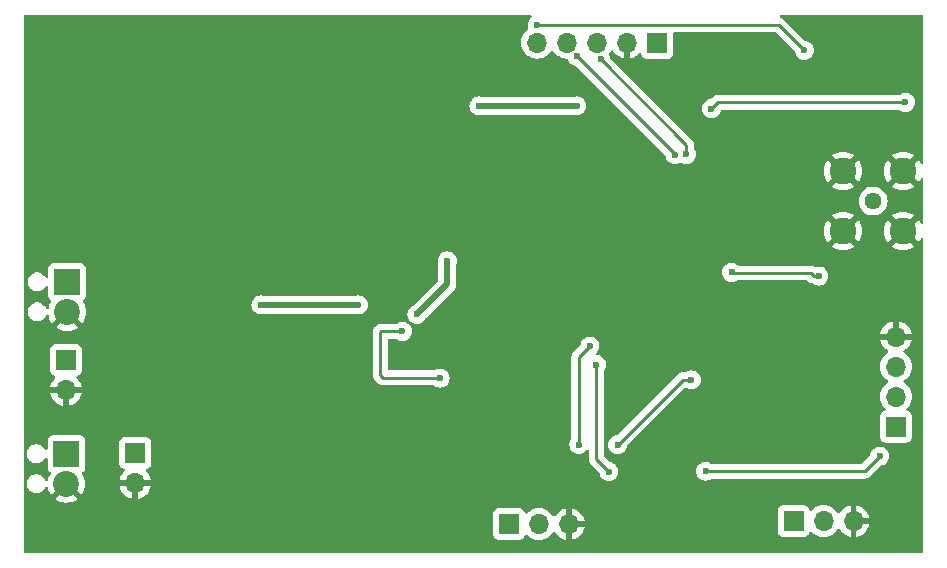
<source format=gbr>
%TF.GenerationSoftware,KiCad,Pcbnew,8.0.8*%
%TF.CreationDate,2025-02-24T17:42:22-08:00*%
%TF.ProjectId,all_in_one,616c6c5f-696e-45f6-9f6e-652e6b696361,rev?*%
%TF.SameCoordinates,Original*%
%TF.FileFunction,Copper,L2,Bot*%
%TF.FilePolarity,Positive*%
%FSLAX46Y46*%
G04 Gerber Fmt 4.6, Leading zero omitted, Abs format (unit mm)*
G04 Created by KiCad (PCBNEW 8.0.8) date 2025-02-24 17:42:22*
%MOMM*%
%LPD*%
G01*
G04 APERTURE LIST*
%TA.AperFunction,ComponentPad*%
%ADD10O,1.700000X1.700000*%
%TD*%
%TA.AperFunction,ComponentPad*%
%ADD11R,1.700000X1.700000*%
%TD*%
%TA.AperFunction,ComponentPad*%
%ADD12C,1.440000*%
%TD*%
%TA.AperFunction,ComponentPad*%
%ADD13C,2.250000*%
%TD*%
%TA.AperFunction,ComponentPad*%
%ADD14R,2.200000X2.200000*%
%TD*%
%TA.AperFunction,ComponentPad*%
%ADD15C,2.200000*%
%TD*%
%TA.AperFunction,ViaPad*%
%ADD16C,0.600000*%
%TD*%
%TA.AperFunction,Conductor*%
%ADD17C,0.250000*%
%TD*%
%TA.AperFunction,Conductor*%
%ADD18C,0.500000*%
%TD*%
G04 APERTURE END LIST*
D10*
%TO.P,J5,5,Pin_5*%
%TO.N,/INT*%
X85450000Y-18540000D03*
%TO.P,J5,4,Pin_4*%
%TO.N,/SCL*%
X87990000Y-18540000D03*
%TO.P,J5,3,Pin_3*%
%TO.N,/SDA*%
X90530000Y-18540000D03*
%TO.P,J5,2,Pin_2*%
%TO.N,GND*%
X93070000Y-18540000D03*
D11*
%TO.P,J5,1,Pin_1*%
%TO.N,+3V3*%
X95610000Y-18540000D03*
%TD*%
D12*
%TO.P,J8,1,In*%
%TO.N,Net-(J8-In)*%
X113890000Y-31950000D03*
D13*
%TO.P,J8,2,Ext*%
%TO.N,GND*%
X111350000Y-29410000D03*
X111350000Y-34490000D03*
X116430000Y-29410000D03*
X116430000Y-34490000D03*
%TD*%
D14*
%TO.P,J4,1,Pin_1*%
%TO.N,Net-(J3-Pin_1)*%
X45590000Y-53350000D03*
D15*
%TO.P,J4,2,Pin_2*%
%TO.N,GND*%
X45590000Y-55890000D03*
%TD*%
D11*
%TO.P,J6,1,Pin_1*%
%TO.N,+3V3*%
X115820000Y-51050000D03*
D10*
%TO.P,J6,2,Pin_2*%
%TO.N,/SWDIO*%
X115820000Y-48510000D03*
%TO.P,J6,3,Pin_3*%
%TO.N,/SWCLK*%
X115820000Y-45970000D03*
%TO.P,J6,4,Pin_4*%
%TO.N,GND*%
X115820000Y-43430000D03*
%TD*%
D11*
%TO.P,J9,1,Pin_1*%
%TO.N,/RXD2*%
X107150000Y-59040000D03*
D10*
%TO.P,J9,2,Pin_2*%
%TO.N,/TXD2*%
X109690000Y-59040000D03*
%TO.P,J9,3,Pin_3*%
%TO.N,GND*%
X112230000Y-59040000D03*
%TD*%
D11*
%TO.P,J7,1,Pin_1*%
%TO.N,+3V3*%
X83050000Y-59290000D03*
D10*
%TO.P,J7,2,Pin_2*%
%TO.N,/CDS*%
X85590000Y-59290000D03*
%TO.P,J7,3,Pin_3*%
%TO.N,GND*%
X88130000Y-59290000D03*
%TD*%
D11*
%TO.P,J3,1,Pin_1*%
%TO.N,Net-(J3-Pin_1)*%
X51420000Y-53280000D03*
D10*
%TO.P,J3,2,Pin_2*%
%TO.N,GND*%
X51420000Y-55820000D03*
%TD*%
D11*
%TO.P,J1,1,Pin_1*%
%TO.N,Net-(D1-K)*%
X45540000Y-45400000D03*
D10*
%TO.P,J1,2,Pin_2*%
%TO.N,GND*%
X45540000Y-47940000D03*
%TD*%
D14*
%TO.P,J2,1,Pin_1*%
%TO.N,Net-(D1-K)*%
X45650000Y-38800000D03*
D15*
%TO.P,J2,2,Pin_2*%
%TO.N,GND*%
X45650000Y-41340000D03*
%TD*%
D16*
%TO.N,GND*%
X75710000Y-38510000D03*
X64200000Y-38340000D03*
X74070000Y-35630000D03*
X70530000Y-33900000D03*
X66830000Y-33900000D03*
X64290000Y-35710000D03*
X92900000Y-26640000D03*
X88830000Y-26640000D03*
X96460000Y-60090000D03*
X92670000Y-59980000D03*
X72190000Y-52180000D03*
X69730000Y-53680000D03*
X66880000Y-53780000D03*
X76010000Y-54560000D03*
X73770000Y-56440000D03*
X71140000Y-58650000D03*
X67830000Y-58730000D03*
X64690000Y-58600000D03*
X45370000Y-59920000D03*
X45590000Y-33510000D03*
X61640000Y-59920000D03*
X58130000Y-60030000D03*
X53910000Y-60030000D03*
X49580000Y-60030000D03*
X85780000Y-48010000D03*
X82310000Y-48010000D03*
X116500000Y-55940000D03*
X104480000Y-52910000D03*
X104230000Y-48820000D03*
X96700000Y-56890000D03*
X92650000Y-56890000D03*
X94380000Y-37790000D03*
X70380000Y-44540000D03*
%TO.N,+3V3*%
X114450000Y-53540000D03*
X99700000Y-54820000D03*
X91520000Y-54860000D03*
X90460000Y-45800000D03*
%TO.N,GND*%
X78230000Y-48250000D03*
X117680000Y-18960000D03*
X116000000Y-19950000D03*
X93860000Y-20760000D03*
X83000000Y-16620000D03*
X70360000Y-48220000D03*
X53440000Y-39060000D03*
X61500000Y-50270000D03*
X108770000Y-29110000D03*
X107070000Y-29110000D03*
X50480000Y-49960000D03*
X109010000Y-36750000D03*
X107370000Y-36720000D03*
X105420000Y-33030000D03*
X58150000Y-39060000D03*
X67950000Y-48180000D03*
X42820000Y-45180000D03*
X42740000Y-47760000D03*
X53200000Y-50040000D03*
X72100000Y-40550000D03*
X50440000Y-47730000D03*
X72060000Y-48220000D03*
X74070000Y-41030000D03*
X55770000Y-38990000D03*
X105440000Y-30760000D03*
X74110000Y-48220000D03*
X51140000Y-39040000D03*
X81840000Y-31330000D03*
X57620000Y-47720000D03*
X57670000Y-50270000D03*
X60590000Y-38960000D03*
X61530000Y-47720000D03*
X53140000Y-47720000D03*
X105400000Y-29110000D03*
%TO.N,+3V3*%
X89910000Y-44230000D03*
X77845000Y-37015000D03*
X75260000Y-41552500D03*
X80520000Y-23890000D03*
X88970000Y-52570000D03*
X88790000Y-23890000D03*
%TO.N,/LED1*%
X109300000Y-38300000D03*
X101900000Y-37980000D03*
%TO.N,/SCL*%
X97120000Y-28030000D03*
X116630000Y-23590000D03*
X88810000Y-19700000D03*
X100200000Y-24120000D03*
%TO.N,/SDA*%
X90810000Y-19920000D03*
X98080000Y-27990000D03*
%TO.N,/INT*%
X108060000Y-19190000D03*
X85450000Y-17020000D03*
%TO.N,/CDS*%
X92260000Y-52580000D03*
X98510000Y-47090000D03*
%TO.N,/SOLAR+*%
X70310000Y-40750000D03*
X62060000Y-40740000D03*
%TO.N,/LDO_EN*%
X77230000Y-46940000D03*
X74040000Y-42980000D03*
%TD*%
D17*
%TO.N,+3V3*%
X113170000Y-54820000D02*
X114450000Y-53540000D01*
X99700000Y-54820000D02*
X113170000Y-54820000D01*
X90460000Y-53800000D02*
X91520000Y-54860000D01*
X90460000Y-45800000D02*
X90460000Y-53800000D01*
D18*
X77830000Y-38982500D02*
X77830000Y-37030000D01*
X75260000Y-41552500D02*
X77830000Y-38982500D01*
X77830000Y-37030000D02*
X77845000Y-37015000D01*
D17*
X88970000Y-52570000D02*
X88970000Y-45170000D01*
D18*
X80520000Y-23890000D02*
X88790000Y-23890000D01*
D17*
X88970000Y-45170000D02*
X89910000Y-44230000D01*
%TO.N,/LED1*%
X109300000Y-38300000D02*
X108870000Y-38300000D01*
X108610000Y-38040000D02*
X101960000Y-38040000D01*
X108870000Y-38300000D02*
X108610000Y-38040000D01*
X101960000Y-38040000D02*
X101900000Y-37980000D01*
%TO.N,/SCL*%
X97120000Y-28030000D02*
X97120000Y-28010000D01*
X100730000Y-23590000D02*
X100200000Y-24120000D01*
X116630000Y-23590000D02*
X100730000Y-23590000D01*
X97120000Y-28010000D02*
X88810000Y-19700000D01*
%TO.N,/SDA*%
X98080000Y-27190000D02*
X90810000Y-19920000D01*
X98080000Y-27990000D02*
X98080000Y-27190000D01*
%TO.N,/INT*%
X108060000Y-19190000D02*
X105890000Y-17020000D01*
X105890000Y-17020000D02*
X85450000Y-17020000D01*
%TO.N,/CDS*%
X92260000Y-52580000D02*
X97750000Y-47090000D01*
X97750000Y-47090000D02*
X98510000Y-47090000D01*
D18*
%TO.N,/SOLAR+*%
X63460000Y-40730000D02*
X70290000Y-40730000D01*
X63450000Y-40740000D02*
X62060000Y-40740000D01*
X63460000Y-40730000D02*
X63450000Y-40740000D01*
D17*
X70310000Y-40750000D02*
X70360000Y-40700000D01*
D18*
X70290000Y-40730000D02*
X70310000Y-40750000D01*
D17*
%TO.N,/LDO_EN*%
X72200000Y-42980000D02*
X72170000Y-43010000D01*
X77210000Y-46920000D02*
X77230000Y-46940000D01*
X72170000Y-43010000D02*
X72170000Y-46670000D01*
X74040000Y-42980000D02*
X72200000Y-42980000D01*
X72170000Y-46670000D02*
X72420000Y-46920000D01*
X72420000Y-46920000D02*
X77210000Y-46920000D01*
%TD*%
%TA.AperFunction,Conductor*%
%TO.N,GND*%
G36*
X84925599Y-16199685D02*
G01*
X84971354Y-16252489D01*
X84981298Y-16321647D01*
X84952273Y-16385203D01*
X84946241Y-16391681D01*
X84820184Y-16517737D01*
X84724211Y-16670476D01*
X84664631Y-16840745D01*
X84664630Y-16840750D01*
X84644435Y-17019996D01*
X84644435Y-17020003D01*
X84664630Y-17199249D01*
X84664632Y-17199257D01*
X84701627Y-17304983D01*
X84705188Y-17374762D01*
X84670459Y-17435389D01*
X84655709Y-17447512D01*
X84578599Y-17501505D01*
X84578597Y-17501506D01*
X84411505Y-17668597D01*
X84275965Y-17862169D01*
X84275964Y-17862171D01*
X84176098Y-18076335D01*
X84176094Y-18076344D01*
X84114938Y-18304586D01*
X84114936Y-18304596D01*
X84094341Y-18539999D01*
X84094341Y-18540000D01*
X84114936Y-18775403D01*
X84114938Y-18775413D01*
X84176094Y-19003655D01*
X84176096Y-19003659D01*
X84176097Y-19003663D01*
X84256004Y-19175023D01*
X84275965Y-19217830D01*
X84275967Y-19217834D01*
X84381990Y-19369249D01*
X84411505Y-19411401D01*
X84578599Y-19578495D01*
X84675384Y-19646265D01*
X84772165Y-19714032D01*
X84772167Y-19714033D01*
X84772170Y-19714035D01*
X84986337Y-19813903D01*
X85214592Y-19875063D01*
X85391034Y-19890500D01*
X85449999Y-19895659D01*
X85450000Y-19895659D01*
X85450001Y-19895659D01*
X85508966Y-19890500D01*
X85685408Y-19875063D01*
X85913663Y-19813903D01*
X86127830Y-19714035D01*
X86321401Y-19578495D01*
X86488495Y-19411401D01*
X86618425Y-19225842D01*
X86673002Y-19182217D01*
X86742500Y-19175023D01*
X86804855Y-19206546D01*
X86821575Y-19225842D01*
X86951500Y-19411395D01*
X86951505Y-19411401D01*
X87118599Y-19578495D01*
X87215384Y-19646265D01*
X87312165Y-19714032D01*
X87312167Y-19714033D01*
X87312170Y-19714035D01*
X87526337Y-19813903D01*
X87754592Y-19875063D01*
X87951864Y-19892322D01*
X88016932Y-19917774D01*
X88057911Y-19974365D01*
X88058097Y-19974894D01*
X88084211Y-20049523D01*
X88084212Y-20049524D01*
X88180184Y-20202262D01*
X88307738Y-20329816D01*
X88460478Y-20425789D01*
X88630745Y-20485368D01*
X88677823Y-20490672D01*
X88742236Y-20517737D01*
X88751621Y-20526211D01*
X96291248Y-28065838D01*
X96324733Y-28127161D01*
X96326787Y-28139635D01*
X96334630Y-28209250D01*
X96334631Y-28209254D01*
X96394211Y-28379523D01*
X96439687Y-28451897D01*
X96490184Y-28532262D01*
X96617738Y-28659816D01*
X96770478Y-28755789D01*
X96912601Y-28805520D01*
X96940745Y-28815368D01*
X96940750Y-28815369D01*
X97119996Y-28835565D01*
X97120000Y-28835565D01*
X97120004Y-28835565D01*
X97299249Y-28815369D01*
X97299252Y-28815368D01*
X97299255Y-28815368D01*
X97469522Y-28755789D01*
X97565858Y-28695256D01*
X97633094Y-28676256D01*
X97697801Y-28695256D01*
X97730478Y-28715789D01*
X97782318Y-28733928D01*
X97900737Y-28775366D01*
X97900743Y-28775367D01*
X97900745Y-28775368D01*
X97900746Y-28775368D01*
X97900750Y-28775369D01*
X98079996Y-28795565D01*
X98080000Y-28795565D01*
X98080004Y-28795565D01*
X98259249Y-28775369D01*
X98259252Y-28775368D01*
X98259255Y-28775368D01*
X98429522Y-28715789D01*
X98582262Y-28619816D01*
X98709816Y-28492262D01*
X98805789Y-28339522D01*
X98865368Y-28169255D01*
X98865369Y-28169249D01*
X98885565Y-27990003D01*
X98885565Y-27989996D01*
X98865369Y-27810750D01*
X98865368Y-27810745D01*
X98805788Y-27640476D01*
X98724506Y-27511117D01*
X98705500Y-27445145D01*
X98705500Y-27257741D01*
X98705501Y-27257720D01*
X98705501Y-27128391D01*
X98681464Y-27007555D01*
X98681463Y-27007549D01*
X98634312Y-26893715D01*
X98565858Y-26791267D01*
X98565855Y-26791263D01*
X95894587Y-24119996D01*
X99394435Y-24119996D01*
X99394435Y-24120003D01*
X99414630Y-24299249D01*
X99414631Y-24299254D01*
X99474211Y-24469523D01*
X99566116Y-24615788D01*
X99570184Y-24622262D01*
X99697738Y-24749816D01*
X99850478Y-24845789D01*
X100020745Y-24905368D01*
X100020750Y-24905369D01*
X100199996Y-24925565D01*
X100200000Y-24925565D01*
X100200004Y-24925565D01*
X100379249Y-24905369D01*
X100379252Y-24905368D01*
X100379255Y-24905368D01*
X100549522Y-24845789D01*
X100702262Y-24749816D01*
X100829816Y-24622262D01*
X100925789Y-24469522D01*
X100985368Y-24299255D01*
X100985369Y-24299249D01*
X100985615Y-24298546D01*
X101026336Y-24241770D01*
X101091289Y-24216022D01*
X101102657Y-24215500D01*
X116085145Y-24215500D01*
X116151117Y-24234506D01*
X116254162Y-24299254D01*
X116280478Y-24315789D01*
X116450745Y-24375368D01*
X116450750Y-24375369D01*
X116629996Y-24395565D01*
X116630000Y-24395565D01*
X116630004Y-24395565D01*
X116809249Y-24375369D01*
X116809252Y-24375368D01*
X116809255Y-24375368D01*
X116979522Y-24315789D01*
X117132262Y-24219816D01*
X117259816Y-24092262D01*
X117355789Y-23939522D01*
X117415368Y-23769255D01*
X117421960Y-23710750D01*
X117435565Y-23590003D01*
X117435565Y-23589996D01*
X117415369Y-23410750D01*
X117415368Y-23410745D01*
X117355789Y-23240478D01*
X117259816Y-23087738D01*
X117132262Y-22960184D01*
X117108883Y-22945494D01*
X116979523Y-22864211D01*
X116809254Y-22804631D01*
X116809249Y-22804630D01*
X116630004Y-22784435D01*
X116629996Y-22784435D01*
X116450750Y-22804630D01*
X116450745Y-22804631D01*
X116280476Y-22864211D01*
X116151117Y-22945494D01*
X116085145Y-22964500D01*
X100668389Y-22964500D01*
X100607971Y-22976518D01*
X100564743Y-22985116D01*
X100547546Y-22988537D01*
X100433716Y-23035687D01*
X100433707Y-23035692D01*
X100331268Y-23104140D01*
X100302867Y-23132542D01*
X100244142Y-23191267D01*
X100244139Y-23191270D01*
X100175225Y-23260184D01*
X100141621Y-23293788D01*
X100080298Y-23327272D01*
X100067825Y-23329326D01*
X100020750Y-23334630D01*
X99850478Y-23394210D01*
X99697737Y-23490184D01*
X99570184Y-23617737D01*
X99474211Y-23770476D01*
X99414631Y-23940745D01*
X99414630Y-23940750D01*
X99394435Y-24119996D01*
X95894587Y-24119996D01*
X91636211Y-19861621D01*
X91602726Y-19800298D01*
X91600673Y-19787838D01*
X91595368Y-19740745D01*
X91595367Y-19740742D01*
X91595366Y-19740737D01*
X91535792Y-19570486D01*
X91535791Y-19570484D01*
X91535789Y-19570478D01*
X91535785Y-19570472D01*
X91532887Y-19564453D01*
X91521535Y-19495512D01*
X91549256Y-19431377D01*
X91556920Y-19422975D01*
X91568495Y-19411401D01*
X91698730Y-19225405D01*
X91753307Y-19181781D01*
X91822805Y-19174587D01*
X91885160Y-19206110D01*
X91901879Y-19225405D01*
X92031890Y-19411078D01*
X92198917Y-19578105D01*
X92392421Y-19713600D01*
X92606507Y-19813429D01*
X92606516Y-19813433D01*
X92820000Y-19870634D01*
X92820000Y-18973012D01*
X92877007Y-19005925D01*
X93004174Y-19040000D01*
X93135826Y-19040000D01*
X93262993Y-19005925D01*
X93320000Y-18973012D01*
X93320000Y-19870633D01*
X93533483Y-19813433D01*
X93533492Y-19813429D01*
X93747578Y-19713600D01*
X93941078Y-19578108D01*
X94063133Y-19456053D01*
X94124456Y-19422568D01*
X94194148Y-19427552D01*
X94250082Y-19469423D01*
X94266997Y-19500401D01*
X94316202Y-19632328D01*
X94316206Y-19632335D01*
X94402452Y-19747544D01*
X94402455Y-19747547D01*
X94517664Y-19833793D01*
X94517671Y-19833797D01*
X94652517Y-19884091D01*
X94652516Y-19884091D01*
X94659444Y-19884835D01*
X94712127Y-19890500D01*
X96507872Y-19890499D01*
X96567483Y-19884091D01*
X96702331Y-19833796D01*
X96817546Y-19747546D01*
X96903796Y-19632331D01*
X96954091Y-19497483D01*
X96960500Y-19437873D01*
X96960499Y-17769499D01*
X96980184Y-17702461D01*
X97032987Y-17656706D01*
X97084499Y-17645500D01*
X105579548Y-17645500D01*
X105646587Y-17665185D01*
X105667228Y-17681818D01*
X106459583Y-18474174D01*
X107233787Y-19248378D01*
X107267272Y-19309701D01*
X107269326Y-19322174D01*
X107274630Y-19369249D01*
X107334210Y-19539521D01*
X107349876Y-19564453D01*
X107430184Y-19692262D01*
X107557738Y-19819816D01*
X107579987Y-19833796D01*
X107673130Y-19892322D01*
X107710478Y-19915789D01*
X107877879Y-19974365D01*
X107880745Y-19975368D01*
X107880750Y-19975369D01*
X108059996Y-19995565D01*
X108060000Y-19995565D01*
X108060004Y-19995565D01*
X108239249Y-19975369D01*
X108239252Y-19975368D01*
X108239255Y-19975368D01*
X108409522Y-19915789D01*
X108562262Y-19819816D01*
X108689816Y-19692262D01*
X108785789Y-19539522D01*
X108845368Y-19369255D01*
X108852078Y-19309701D01*
X108865565Y-19190003D01*
X108865565Y-19189996D01*
X108845369Y-19010750D01*
X108845368Y-19010745D01*
X108820648Y-18940099D01*
X108785789Y-18840478D01*
X108689816Y-18687738D01*
X108562262Y-18560184D01*
X108547974Y-18551206D01*
X108409521Y-18464210D01*
X108239249Y-18404630D01*
X108192174Y-18399326D01*
X108127760Y-18372259D01*
X108118378Y-18363787D01*
X106382928Y-16628338D01*
X106382925Y-16628334D01*
X106382925Y-16628335D01*
X106375858Y-16621268D01*
X106375858Y-16621267D01*
X106288733Y-16534142D01*
X106288732Y-16534141D01*
X106288731Y-16534140D01*
X106237509Y-16499915D01*
X106186287Y-16465689D01*
X106186286Y-16465688D01*
X106186283Y-16465686D01*
X106186280Y-16465685D01*
X106105792Y-16432347D01*
X106105790Y-16432346D01*
X106072510Y-16418561D01*
X106018106Y-16374721D01*
X105996041Y-16308427D01*
X106013320Y-16240727D01*
X106064457Y-16193116D01*
X106119962Y-16180000D01*
X118026000Y-16180000D01*
X118093039Y-16199685D01*
X118138794Y-16252489D01*
X118150000Y-16304000D01*
X118150000Y-28692726D01*
X118130315Y-28759765D01*
X118077511Y-28805520D01*
X118008353Y-28815464D01*
X117944797Y-28786439D01*
X117911439Y-28740179D01*
X117882363Y-28669983D01*
X117748719Y-28451898D01*
X117748712Y-28451888D01*
X117745465Y-28448087D01*
X117745464Y-28448087D01*
X117184114Y-29009437D01*
X117183260Y-29007374D01*
X117090238Y-28868156D01*
X116971844Y-28749762D01*
X116832626Y-28656740D01*
X116830561Y-28655884D01*
X117391911Y-28094535D01*
X117391911Y-28094533D01*
X117388110Y-28091286D01*
X117388095Y-28091275D01*
X117170015Y-27957636D01*
X117170012Y-27957634D01*
X116933702Y-27859752D01*
X116684988Y-27800042D01*
X116684989Y-27800042D01*
X116430000Y-27779975D01*
X116175010Y-27800042D01*
X115926297Y-27859752D01*
X115689987Y-27957634D01*
X115689984Y-27957636D01*
X115471897Y-28091280D01*
X115468087Y-28094534D01*
X116029438Y-28655884D01*
X116027374Y-28656740D01*
X115888156Y-28749762D01*
X115769762Y-28868156D01*
X115676740Y-29007374D01*
X115675885Y-29009438D01*
X115114534Y-28448087D01*
X115111280Y-28451897D01*
X114977636Y-28669984D01*
X114977634Y-28669987D01*
X114879752Y-28906297D01*
X114820042Y-29155010D01*
X114799975Y-29410000D01*
X114820042Y-29664989D01*
X114879752Y-29913702D01*
X114977634Y-30150012D01*
X114977636Y-30150015D01*
X115111275Y-30368095D01*
X115111286Y-30368110D01*
X115114533Y-30371911D01*
X115114535Y-30371911D01*
X115675884Y-29810561D01*
X115676740Y-29812626D01*
X115769762Y-29951844D01*
X115888156Y-30070238D01*
X116027374Y-30163260D01*
X116029437Y-30164114D01*
X115468087Y-30725464D01*
X115468087Y-30725465D01*
X115471888Y-30728712D01*
X115471898Y-30728719D01*
X115689984Y-30862363D01*
X115689987Y-30862365D01*
X115926297Y-30960247D01*
X116175011Y-31019957D01*
X116175010Y-31019957D01*
X116430000Y-31040024D01*
X116684989Y-31019957D01*
X116933702Y-30960247D01*
X117170012Y-30862365D01*
X117170015Y-30862363D01*
X117388103Y-30728719D01*
X117391912Y-30725464D01*
X116830562Y-30164114D01*
X116832626Y-30163260D01*
X116971844Y-30070238D01*
X117090238Y-29951844D01*
X117183260Y-29812626D01*
X117184114Y-29810562D01*
X117745464Y-30371912D01*
X117748719Y-30368103D01*
X117882363Y-30150015D01*
X117882365Y-30150012D01*
X117911439Y-30079821D01*
X117955279Y-30025417D01*
X118021573Y-30003352D01*
X118089273Y-30020631D01*
X118136884Y-30071768D01*
X118150000Y-30127273D01*
X118150000Y-33772726D01*
X118130315Y-33839765D01*
X118077511Y-33885520D01*
X118008353Y-33895464D01*
X117944797Y-33866439D01*
X117911439Y-33820179D01*
X117882363Y-33749983D01*
X117748719Y-33531898D01*
X117748712Y-33531888D01*
X117745465Y-33528087D01*
X117745464Y-33528087D01*
X117184114Y-34089437D01*
X117183260Y-34087374D01*
X117090238Y-33948156D01*
X116971844Y-33829762D01*
X116832626Y-33736740D01*
X116830561Y-33735884D01*
X117391911Y-33174535D01*
X117391911Y-33174533D01*
X117388110Y-33171286D01*
X117388095Y-33171275D01*
X117170015Y-33037636D01*
X117170012Y-33037634D01*
X116933702Y-32939752D01*
X116684988Y-32880042D01*
X116684989Y-32880042D01*
X116430000Y-32859975D01*
X116175010Y-32880042D01*
X115926297Y-32939752D01*
X115689987Y-33037634D01*
X115689984Y-33037636D01*
X115471897Y-33171280D01*
X115468087Y-33174534D01*
X116029438Y-33735884D01*
X116027374Y-33736740D01*
X115888156Y-33829762D01*
X115769762Y-33948156D01*
X115676740Y-34087374D01*
X115675885Y-34089438D01*
X115114534Y-33528087D01*
X115111280Y-33531897D01*
X114977636Y-33749984D01*
X114977634Y-33749987D01*
X114879752Y-33986297D01*
X114820042Y-34235010D01*
X114799975Y-34490000D01*
X114820042Y-34744989D01*
X114879752Y-34993702D01*
X114977634Y-35230012D01*
X114977636Y-35230015D01*
X115111275Y-35448095D01*
X115111286Y-35448110D01*
X115114533Y-35451911D01*
X115114535Y-35451911D01*
X115675884Y-34890561D01*
X115676740Y-34892626D01*
X115769762Y-35031844D01*
X115888156Y-35150238D01*
X116027374Y-35243260D01*
X116029437Y-35244114D01*
X115468087Y-35805464D01*
X115468087Y-35805465D01*
X115471888Y-35808712D01*
X115471898Y-35808719D01*
X115689984Y-35942363D01*
X115689987Y-35942365D01*
X115926297Y-36040247D01*
X116175011Y-36099957D01*
X116175010Y-36099957D01*
X116430000Y-36120024D01*
X116684989Y-36099957D01*
X116933702Y-36040247D01*
X117170012Y-35942365D01*
X117170015Y-35942363D01*
X117388103Y-35808719D01*
X117391912Y-35805464D01*
X116830562Y-35244114D01*
X116832626Y-35243260D01*
X116971844Y-35150238D01*
X117090238Y-35031844D01*
X117183260Y-34892626D01*
X117184114Y-34890562D01*
X117745464Y-35451912D01*
X117748719Y-35448103D01*
X117882363Y-35230015D01*
X117882365Y-35230012D01*
X117911439Y-35159821D01*
X117955279Y-35105417D01*
X118021573Y-35083352D01*
X118089273Y-35100631D01*
X118136884Y-35151768D01*
X118150000Y-35207273D01*
X118150000Y-61626000D01*
X118130315Y-61693039D01*
X118077511Y-61738794D01*
X118026000Y-61750000D01*
X42124000Y-61750000D01*
X42056961Y-61730315D01*
X42011206Y-61677511D01*
X42000000Y-61626000D01*
X42000000Y-58392135D01*
X81699500Y-58392135D01*
X81699500Y-60187870D01*
X81699501Y-60187876D01*
X81705908Y-60247483D01*
X81756202Y-60382328D01*
X81756206Y-60382335D01*
X81842452Y-60497544D01*
X81842455Y-60497547D01*
X81957664Y-60583793D01*
X81957671Y-60583797D01*
X82092517Y-60634091D01*
X82092516Y-60634091D01*
X82099444Y-60634835D01*
X82152127Y-60640500D01*
X83947872Y-60640499D01*
X84007483Y-60634091D01*
X84142331Y-60583796D01*
X84257546Y-60497546D01*
X84343796Y-60382331D01*
X84392810Y-60250916D01*
X84434681Y-60194984D01*
X84500145Y-60170566D01*
X84568418Y-60185417D01*
X84596673Y-60206569D01*
X84718599Y-60328495D01*
X84797998Y-60384091D01*
X84912165Y-60464032D01*
X84912167Y-60464033D01*
X84912170Y-60464035D01*
X85126337Y-60563903D01*
X85354592Y-60625063D01*
X85531034Y-60640500D01*
X85589999Y-60645659D01*
X85590000Y-60645659D01*
X85590001Y-60645659D01*
X85648966Y-60640500D01*
X85825408Y-60625063D01*
X86053663Y-60563903D01*
X86267830Y-60464035D01*
X86461401Y-60328495D01*
X86628495Y-60161401D01*
X86758730Y-59975405D01*
X86813307Y-59931781D01*
X86882805Y-59924587D01*
X86945160Y-59956110D01*
X86961879Y-59975405D01*
X87091890Y-60161078D01*
X87258917Y-60328105D01*
X87452421Y-60463600D01*
X87666507Y-60563429D01*
X87666516Y-60563433D01*
X87880000Y-60620634D01*
X87880000Y-59723012D01*
X87937007Y-59755925D01*
X88064174Y-59790000D01*
X88195826Y-59790000D01*
X88322993Y-59755925D01*
X88380000Y-59723012D01*
X88380000Y-60620633D01*
X88593483Y-60563433D01*
X88593492Y-60563429D01*
X88807578Y-60463600D01*
X89001082Y-60328105D01*
X89168105Y-60161082D01*
X89303600Y-59967578D01*
X89403429Y-59753492D01*
X89403432Y-59753486D01*
X89460636Y-59540000D01*
X88563012Y-59540000D01*
X88595925Y-59482993D01*
X88630000Y-59355826D01*
X88630000Y-59224174D01*
X88595925Y-59097007D01*
X88563012Y-59040000D01*
X89460636Y-59040000D01*
X89460635Y-59039999D01*
X89403432Y-58826513D01*
X89403429Y-58826507D01*
X89303600Y-58612422D01*
X89303599Y-58612420D01*
X89168113Y-58418926D01*
X89168108Y-58418920D01*
X89001082Y-58251894D01*
X88844332Y-58142135D01*
X105799500Y-58142135D01*
X105799500Y-59937870D01*
X105799501Y-59937876D01*
X105805908Y-59997483D01*
X105856202Y-60132328D01*
X105856206Y-60132335D01*
X105942452Y-60247544D01*
X105942455Y-60247547D01*
X106057664Y-60333793D01*
X106057671Y-60333797D01*
X106192517Y-60384091D01*
X106192516Y-60384091D01*
X106199444Y-60384835D01*
X106252127Y-60390500D01*
X108047872Y-60390499D01*
X108107483Y-60384091D01*
X108242331Y-60333796D01*
X108357546Y-60247546D01*
X108443796Y-60132331D01*
X108492810Y-60000916D01*
X108534681Y-59944984D01*
X108600145Y-59920566D01*
X108668418Y-59935417D01*
X108696673Y-59956569D01*
X108818599Y-60078495D01*
X108915384Y-60146265D01*
X109012165Y-60214032D01*
X109012167Y-60214033D01*
X109012170Y-60214035D01*
X109226337Y-60313903D01*
X109454592Y-60375063D01*
X109631034Y-60390500D01*
X109689999Y-60395659D01*
X109690000Y-60395659D01*
X109690001Y-60395659D01*
X109748966Y-60390500D01*
X109925408Y-60375063D01*
X110153663Y-60313903D01*
X110367830Y-60214035D01*
X110561401Y-60078495D01*
X110728495Y-59911401D01*
X110858730Y-59725405D01*
X110913307Y-59681781D01*
X110982805Y-59674587D01*
X111045160Y-59706110D01*
X111061879Y-59725405D01*
X111191890Y-59911078D01*
X111358917Y-60078105D01*
X111552421Y-60213600D01*
X111766507Y-60313429D01*
X111766516Y-60313433D01*
X111980000Y-60370634D01*
X111980000Y-59473012D01*
X112037007Y-59505925D01*
X112164174Y-59540000D01*
X112295826Y-59540000D01*
X112422993Y-59505925D01*
X112480000Y-59473012D01*
X112480000Y-60370633D01*
X112693483Y-60313433D01*
X112693492Y-60313429D01*
X112907578Y-60213600D01*
X113101082Y-60078105D01*
X113268105Y-59911082D01*
X113403600Y-59717578D01*
X113503429Y-59503492D01*
X113503432Y-59503486D01*
X113560636Y-59290000D01*
X112663012Y-59290000D01*
X112695925Y-59232993D01*
X112730000Y-59105826D01*
X112730000Y-58974174D01*
X112695925Y-58847007D01*
X112663012Y-58790000D01*
X113560636Y-58790000D01*
X113560635Y-58789999D01*
X113503432Y-58576513D01*
X113503429Y-58576507D01*
X113403600Y-58362422D01*
X113403599Y-58362420D01*
X113268113Y-58168926D01*
X113268108Y-58168920D01*
X113101082Y-58001894D01*
X112907578Y-57866399D01*
X112693492Y-57766570D01*
X112693486Y-57766567D01*
X112480000Y-57709364D01*
X112480000Y-58606988D01*
X112422993Y-58574075D01*
X112295826Y-58540000D01*
X112164174Y-58540000D01*
X112037007Y-58574075D01*
X111980000Y-58606988D01*
X111980000Y-57709364D01*
X111979999Y-57709364D01*
X111766513Y-57766567D01*
X111766507Y-57766570D01*
X111552422Y-57866399D01*
X111552420Y-57866400D01*
X111358926Y-58001886D01*
X111358920Y-58001891D01*
X111191891Y-58168920D01*
X111191890Y-58168922D01*
X111061880Y-58354595D01*
X111007303Y-58398219D01*
X110937804Y-58405412D01*
X110875450Y-58373890D01*
X110858730Y-58354594D01*
X110728494Y-58168597D01*
X110561402Y-58001506D01*
X110561395Y-58001501D01*
X110553827Y-57996202D01*
X110522521Y-57974281D01*
X110367834Y-57865967D01*
X110367830Y-57865965D01*
X110367828Y-57865964D01*
X110153663Y-57766097D01*
X110153659Y-57766096D01*
X110153655Y-57766094D01*
X109925413Y-57704938D01*
X109925403Y-57704936D01*
X109690001Y-57684341D01*
X109689999Y-57684341D01*
X109454596Y-57704936D01*
X109454586Y-57704938D01*
X109226344Y-57766094D01*
X109226335Y-57766098D01*
X109012171Y-57865964D01*
X109012169Y-57865965D01*
X108818600Y-58001503D01*
X108696673Y-58123430D01*
X108635350Y-58156914D01*
X108565658Y-58151930D01*
X108509725Y-58110058D01*
X108492810Y-58079081D01*
X108443797Y-57947671D01*
X108443793Y-57947664D01*
X108357547Y-57832455D01*
X108357544Y-57832452D01*
X108242335Y-57746206D01*
X108242328Y-57746202D01*
X108107482Y-57695908D01*
X108107483Y-57695908D01*
X108047883Y-57689501D01*
X108047881Y-57689500D01*
X108047873Y-57689500D01*
X108047864Y-57689500D01*
X106252129Y-57689500D01*
X106252123Y-57689501D01*
X106192516Y-57695908D01*
X106057671Y-57746202D01*
X106057664Y-57746206D01*
X105942455Y-57832452D01*
X105942452Y-57832455D01*
X105856206Y-57947664D01*
X105856202Y-57947671D01*
X105805908Y-58082517D01*
X105799501Y-58142116D01*
X105799500Y-58142135D01*
X88844332Y-58142135D01*
X88807578Y-58116399D01*
X88593492Y-58016570D01*
X88593486Y-58016567D01*
X88380000Y-57959364D01*
X88380000Y-58856988D01*
X88322993Y-58824075D01*
X88195826Y-58790000D01*
X88064174Y-58790000D01*
X87937007Y-58824075D01*
X87880000Y-58856988D01*
X87880000Y-57959364D01*
X87879999Y-57959364D01*
X87666513Y-58016567D01*
X87666507Y-58016570D01*
X87452422Y-58116399D01*
X87452420Y-58116400D01*
X87258926Y-58251886D01*
X87258920Y-58251891D01*
X87091891Y-58418920D01*
X87091890Y-58418922D01*
X86961880Y-58604595D01*
X86907303Y-58648219D01*
X86837804Y-58655412D01*
X86775450Y-58623890D01*
X86758730Y-58604594D01*
X86628494Y-58418597D01*
X86461402Y-58251506D01*
X86461395Y-58251501D01*
X86267834Y-58115967D01*
X86267830Y-58115965D01*
X86255162Y-58110058D01*
X86053663Y-58016097D01*
X86053659Y-58016096D01*
X86053655Y-58016094D01*
X85825413Y-57954938D01*
X85825403Y-57954936D01*
X85590001Y-57934341D01*
X85589999Y-57934341D01*
X85354596Y-57954936D01*
X85354586Y-57954938D01*
X85126344Y-58016094D01*
X85126335Y-58016098D01*
X84912171Y-58115964D01*
X84912169Y-58115965D01*
X84718600Y-58251503D01*
X84596673Y-58373430D01*
X84535350Y-58406914D01*
X84465658Y-58401930D01*
X84409725Y-58360058D01*
X84392810Y-58329081D01*
X84343797Y-58197671D01*
X84343793Y-58197664D01*
X84257547Y-58082455D01*
X84257544Y-58082452D01*
X84142335Y-57996206D01*
X84142328Y-57996202D01*
X84007482Y-57945908D01*
X84007483Y-57945908D01*
X83947883Y-57939501D01*
X83947881Y-57939500D01*
X83947873Y-57939500D01*
X83947864Y-57939500D01*
X82152129Y-57939500D01*
X82152123Y-57939501D01*
X82092516Y-57945908D01*
X81957671Y-57996202D01*
X81957664Y-57996206D01*
X81842455Y-58082452D01*
X81842452Y-58082455D01*
X81756206Y-58197664D01*
X81756202Y-58197671D01*
X81705908Y-58332517D01*
X81699501Y-58392116D01*
X81699500Y-58392135D01*
X42000000Y-58392135D01*
X42000000Y-53271153D01*
X42249500Y-53271153D01*
X42249500Y-53428846D01*
X42280261Y-53583489D01*
X42280264Y-53583501D01*
X42340602Y-53729172D01*
X42340609Y-53729185D01*
X42428210Y-53860288D01*
X42428213Y-53860292D01*
X42539707Y-53971786D01*
X42539711Y-53971789D01*
X42670814Y-54059390D01*
X42670827Y-54059397D01*
X42759894Y-54096289D01*
X42816503Y-54119737D01*
X42971153Y-54150499D01*
X42971156Y-54150500D01*
X42971158Y-54150500D01*
X43128844Y-54150500D01*
X43128845Y-54150499D01*
X43283497Y-54119737D01*
X43429179Y-54059394D01*
X43560289Y-53971789D01*
X43671789Y-53860289D01*
X43759394Y-53729179D01*
X43759394Y-53729178D01*
X43762398Y-53724683D01*
X43816010Y-53679878D01*
X43885335Y-53671171D01*
X43948362Y-53701325D01*
X43985082Y-53760768D01*
X43989500Y-53793574D01*
X43989500Y-54497870D01*
X43989501Y-54497876D01*
X43995908Y-54557483D01*
X44046202Y-54692328D01*
X44046206Y-54692335D01*
X44132452Y-54807544D01*
X44132455Y-54807547D01*
X44209506Y-54865228D01*
X44251377Y-54921162D01*
X44256361Y-54990853D01*
X44240923Y-55029284D01*
X44159978Y-55161373D01*
X44063603Y-55394043D01*
X44023322Y-55561829D01*
X43988531Y-55622421D01*
X43926505Y-55654585D01*
X43856936Y-55648109D01*
X43801912Y-55605049D01*
X43788189Y-55580341D01*
X43759394Y-55510821D01*
X43759392Y-55510818D01*
X43759390Y-55510814D01*
X43671789Y-55379711D01*
X43671786Y-55379707D01*
X43560292Y-55268213D01*
X43560288Y-55268210D01*
X43429185Y-55180609D01*
X43429172Y-55180602D01*
X43283501Y-55120264D01*
X43283489Y-55120261D01*
X43128845Y-55089500D01*
X43128842Y-55089500D01*
X42971158Y-55089500D01*
X42971155Y-55089500D01*
X42816510Y-55120261D01*
X42816498Y-55120264D01*
X42670827Y-55180602D01*
X42670814Y-55180609D01*
X42539711Y-55268210D01*
X42539707Y-55268213D01*
X42428213Y-55379707D01*
X42428210Y-55379711D01*
X42340609Y-55510814D01*
X42340602Y-55510827D01*
X42280264Y-55656498D01*
X42280261Y-55656510D01*
X42249500Y-55811153D01*
X42249500Y-55968846D01*
X42280261Y-56123489D01*
X42280264Y-56123501D01*
X42340602Y-56269172D01*
X42340609Y-56269185D01*
X42428210Y-56400288D01*
X42428213Y-56400292D01*
X42539707Y-56511786D01*
X42539711Y-56511789D01*
X42670814Y-56599390D01*
X42670827Y-56599397D01*
X42816498Y-56659735D01*
X42816503Y-56659737D01*
X42971153Y-56690499D01*
X42971156Y-56690500D01*
X42971158Y-56690500D01*
X43128844Y-56690500D01*
X43128845Y-56690499D01*
X43283497Y-56659737D01*
X43429179Y-56599394D01*
X43560289Y-56511789D01*
X43671789Y-56400289D01*
X43759394Y-56269179D01*
X43788188Y-56199663D01*
X43832027Y-56145262D01*
X43898320Y-56123196D01*
X43966020Y-56140474D01*
X44013631Y-56191611D01*
X44023322Y-56218170D01*
X44063603Y-56385956D01*
X44159980Y-56618631D01*
X44291568Y-56833362D01*
X44292266Y-56834179D01*
X45066212Y-56060233D01*
X45077482Y-56102292D01*
X45149890Y-56227708D01*
X45252292Y-56330110D01*
X45377708Y-56402518D01*
X45419765Y-56413787D01*
X44645819Y-57187732D01*
X44645819Y-57187733D01*
X44646634Y-57188429D01*
X44861368Y-57320019D01*
X45094043Y-57416396D01*
X45338927Y-57475187D01*
X45590000Y-57494947D01*
X45841072Y-57475187D01*
X46085956Y-57416396D01*
X46318631Y-57320019D01*
X46533361Y-57188432D01*
X46533363Y-57188430D01*
X46534180Y-57187732D01*
X45760234Y-56413787D01*
X45802292Y-56402518D01*
X45927708Y-56330110D01*
X46030110Y-56227708D01*
X46102518Y-56102292D01*
X46113787Y-56060234D01*
X46887732Y-56834180D01*
X46888430Y-56833363D01*
X46888432Y-56833361D01*
X47020019Y-56618631D01*
X47116396Y-56385956D01*
X47175187Y-56141072D01*
X47194947Y-55890000D01*
X47175187Y-55638927D01*
X47116396Y-55394043D01*
X47020019Y-55161368D01*
X46939077Y-55029284D01*
X46920832Y-54961839D01*
X46941948Y-54895236D01*
X46970489Y-54865230D01*
X47047546Y-54807546D01*
X47133796Y-54692331D01*
X47184091Y-54557483D01*
X47190500Y-54497873D01*
X47190499Y-52382135D01*
X50069500Y-52382135D01*
X50069500Y-54177870D01*
X50069501Y-54177876D01*
X50075908Y-54237483D01*
X50126202Y-54372328D01*
X50126206Y-54372335D01*
X50212452Y-54487544D01*
X50212455Y-54487547D01*
X50327664Y-54573793D01*
X50327671Y-54573797D01*
X50327674Y-54573798D01*
X50459598Y-54623002D01*
X50515531Y-54664873D01*
X50539949Y-54730337D01*
X50525098Y-54798610D01*
X50503947Y-54826865D01*
X50381886Y-54948926D01*
X50246400Y-55142420D01*
X50246399Y-55142422D01*
X50146570Y-55356507D01*
X50146567Y-55356513D01*
X50089364Y-55569999D01*
X50089364Y-55570000D01*
X50986988Y-55570000D01*
X50954075Y-55627007D01*
X50920000Y-55754174D01*
X50920000Y-55885826D01*
X50954075Y-56012993D01*
X50986988Y-56070000D01*
X50089364Y-56070000D01*
X50146567Y-56283486D01*
X50146570Y-56283492D01*
X50246399Y-56497578D01*
X50381894Y-56691082D01*
X50548917Y-56858105D01*
X50742421Y-56993600D01*
X50956507Y-57093429D01*
X50956516Y-57093433D01*
X51170000Y-57150634D01*
X51170000Y-56253012D01*
X51227007Y-56285925D01*
X51354174Y-56320000D01*
X51485826Y-56320000D01*
X51612993Y-56285925D01*
X51670000Y-56253012D01*
X51670000Y-57150633D01*
X51883483Y-57093433D01*
X51883492Y-57093429D01*
X52097578Y-56993600D01*
X52291082Y-56858105D01*
X52458105Y-56691082D01*
X52593600Y-56497578D01*
X52693429Y-56283492D01*
X52693432Y-56283486D01*
X52750636Y-56070000D01*
X51853012Y-56070000D01*
X51885925Y-56012993D01*
X51920000Y-55885826D01*
X51920000Y-55754174D01*
X51885925Y-55627007D01*
X51853012Y-55570000D01*
X52750636Y-55570000D01*
X52750635Y-55569999D01*
X52693432Y-55356513D01*
X52693429Y-55356507D01*
X52593600Y-55142422D01*
X52593599Y-55142420D01*
X52458113Y-54948926D01*
X52458108Y-54948920D01*
X52336053Y-54826865D01*
X52302568Y-54765542D01*
X52307552Y-54695850D01*
X52349424Y-54639917D01*
X52380400Y-54623002D01*
X52512331Y-54573796D01*
X52627546Y-54487546D01*
X52713796Y-54372331D01*
X52764091Y-54237483D01*
X52770500Y-54177873D01*
X52770499Y-52569996D01*
X88164435Y-52569996D01*
X88164435Y-52570003D01*
X88184630Y-52749249D01*
X88184631Y-52749254D01*
X88244211Y-52919523D01*
X88305407Y-53016915D01*
X88340184Y-53072262D01*
X88467738Y-53199816D01*
X88620478Y-53295789D01*
X88790745Y-53355368D01*
X88790750Y-53355369D01*
X88969996Y-53375565D01*
X88970000Y-53375565D01*
X88970004Y-53375565D01*
X89149249Y-53355369D01*
X89149252Y-53355368D01*
X89149255Y-53355368D01*
X89319522Y-53295789D01*
X89472262Y-53199816D01*
X89599816Y-53072262D01*
X89605506Y-53063205D01*
X89657841Y-53016915D01*
X89726894Y-53006267D01*
X89790743Y-53034642D01*
X89829115Y-53093032D01*
X89834500Y-53129178D01*
X89834500Y-53861611D01*
X89858535Y-53982444D01*
X89858540Y-53982461D01*
X89905685Y-54096280D01*
X89905687Y-54096283D01*
X89905688Y-54096286D01*
X89931029Y-54134211D01*
X89939914Y-54147507D01*
X89939915Y-54147509D01*
X89974140Y-54198731D01*
X89974141Y-54198732D01*
X89974142Y-54198733D01*
X90061267Y-54285858D01*
X90061268Y-54285858D01*
X90068335Y-54292925D01*
X90068334Y-54292925D01*
X90068338Y-54292928D01*
X90693787Y-54918378D01*
X90727272Y-54979701D01*
X90729326Y-54992174D01*
X90734630Y-55039249D01*
X90794210Y-55209521D01*
X90885040Y-55354075D01*
X90890184Y-55362262D01*
X91017738Y-55489816D01*
X91170478Y-55585789D01*
X91322338Y-55638927D01*
X91340745Y-55645368D01*
X91340750Y-55645369D01*
X91519996Y-55665565D01*
X91520000Y-55665565D01*
X91520004Y-55665565D01*
X91699249Y-55645369D01*
X91699252Y-55645368D01*
X91699255Y-55645368D01*
X91869522Y-55585789D01*
X92022262Y-55489816D01*
X92149816Y-55362262D01*
X92245789Y-55209522D01*
X92305368Y-55039255D01*
X92305369Y-55039249D01*
X92325565Y-54860003D01*
X92325565Y-54859996D01*
X92321058Y-54819996D01*
X98894435Y-54819996D01*
X98894435Y-54820003D01*
X98914630Y-54999249D01*
X98914631Y-54999254D01*
X98974211Y-55169523D01*
X98999345Y-55209523D01*
X99070184Y-55322262D01*
X99197738Y-55449816D01*
X99197856Y-55449890D01*
X99298283Y-55512993D01*
X99350478Y-55545789D01*
X99519833Y-55605049D01*
X99520745Y-55605368D01*
X99520750Y-55605369D01*
X99699996Y-55625565D01*
X99700000Y-55625565D01*
X99700004Y-55625565D01*
X99879249Y-55605369D01*
X99879252Y-55605368D01*
X99879255Y-55605368D01*
X100049522Y-55545789D01*
X100178883Y-55464505D01*
X100244855Y-55445500D01*
X113231608Y-55445500D01*
X113231608Y-55445499D01*
X113295978Y-55432696D01*
X113295979Y-55432696D01*
X113310193Y-55429868D01*
X113352452Y-55421463D01*
X113405999Y-55399283D01*
X113406000Y-55399282D01*
X113406003Y-55399282D01*
X113466281Y-55374314D01*
X113466280Y-55374314D01*
X113466286Y-55374312D01*
X113517509Y-55340084D01*
X113568733Y-55305858D01*
X113655858Y-55218733D01*
X113655858Y-55218731D01*
X113666066Y-55208524D01*
X113666067Y-55208521D01*
X114508380Y-54366209D01*
X114569701Y-54332726D01*
X114582158Y-54330674D01*
X114629255Y-54325368D01*
X114799522Y-54265789D01*
X114952262Y-54169816D01*
X115079816Y-54042262D01*
X115175789Y-53889522D01*
X115235368Y-53719255D01*
X115235369Y-53719249D01*
X115255565Y-53540003D01*
X115255565Y-53539996D01*
X115235369Y-53360750D01*
X115235368Y-53360745D01*
X115233487Y-53355369D01*
X115175789Y-53190478D01*
X115079816Y-53037738D01*
X114952262Y-52910184D01*
X114946280Y-52906425D01*
X114799523Y-52814211D01*
X114629254Y-52754631D01*
X114629249Y-52754630D01*
X114450004Y-52734435D01*
X114449996Y-52734435D01*
X114270750Y-52754630D01*
X114270745Y-52754631D01*
X114100476Y-52814211D01*
X113947737Y-52910184D01*
X113820184Y-53037737D01*
X113724210Y-53190478D01*
X113664630Y-53360750D01*
X113659326Y-53407825D01*
X113632258Y-53472238D01*
X113623787Y-53481620D01*
X112947229Y-54158181D01*
X112885906Y-54191666D01*
X112859548Y-54194500D01*
X100244855Y-54194500D01*
X100178883Y-54175494D01*
X100049523Y-54094211D01*
X99879254Y-54034631D01*
X99879249Y-54034630D01*
X99700004Y-54014435D01*
X99699996Y-54014435D01*
X99520750Y-54034630D01*
X99520745Y-54034631D01*
X99350476Y-54094211D01*
X99197737Y-54190184D01*
X99070184Y-54317737D01*
X98974211Y-54470476D01*
X98914631Y-54640745D01*
X98914630Y-54640750D01*
X98894435Y-54819996D01*
X92321058Y-54819996D01*
X92305369Y-54680750D01*
X92305368Y-54680745D01*
X92291082Y-54639917D01*
X92245789Y-54510478D01*
X92231380Y-54487547D01*
X92158985Y-54372331D01*
X92149816Y-54357738D01*
X92022262Y-54230184D01*
X91972205Y-54198731D01*
X91869521Y-54134210D01*
X91699249Y-54074630D01*
X91652174Y-54069326D01*
X91587760Y-54042259D01*
X91578378Y-54033787D01*
X91121819Y-53577228D01*
X91088334Y-53515905D01*
X91085500Y-53489547D01*
X91085500Y-52579996D01*
X91454435Y-52579996D01*
X91454435Y-52580003D01*
X91474630Y-52759249D01*
X91474631Y-52759254D01*
X91534211Y-52929523D01*
X91600262Y-53034642D01*
X91630184Y-53082262D01*
X91757738Y-53209816D01*
X91848080Y-53266582D01*
X91894561Y-53295788D01*
X91910478Y-53305789D01*
X92067533Y-53360745D01*
X92080745Y-53365368D01*
X92080750Y-53365369D01*
X92259996Y-53385565D01*
X92260000Y-53385565D01*
X92260004Y-53385565D01*
X92439249Y-53365369D01*
X92439252Y-53365368D01*
X92439255Y-53365368D01*
X92609522Y-53305789D01*
X92762262Y-53209816D01*
X92889816Y-53082262D01*
X92985789Y-52929522D01*
X93045368Y-52759255D01*
X93050672Y-52712173D01*
X93077737Y-52647763D01*
X93086201Y-52638387D01*
X97935996Y-47788593D01*
X97997317Y-47755110D01*
X98067009Y-47760094D01*
X98089644Y-47771281D01*
X98115741Y-47787678D01*
X98160475Y-47815788D01*
X98330745Y-47875368D01*
X98330750Y-47875369D01*
X98509996Y-47895565D01*
X98510000Y-47895565D01*
X98510004Y-47895565D01*
X98689249Y-47875369D01*
X98689252Y-47875368D01*
X98689255Y-47875368D01*
X98859522Y-47815789D01*
X99012262Y-47719816D01*
X99139816Y-47592262D01*
X99235789Y-47439522D01*
X99295368Y-47269255D01*
X99296138Y-47262420D01*
X99315565Y-47090003D01*
X99315565Y-47089996D01*
X99295369Y-46910750D01*
X99295368Y-46910745D01*
X99286549Y-46885542D01*
X99235789Y-46740478D01*
X99139816Y-46587738D01*
X99012262Y-46460184D01*
X98988883Y-46445494D01*
X98859523Y-46364211D01*
X98689254Y-46304631D01*
X98689249Y-46304630D01*
X98510004Y-46284435D01*
X98509996Y-46284435D01*
X98330750Y-46304630D01*
X98330745Y-46304631D01*
X98160476Y-46364211D01*
X98031117Y-46445494D01*
X97965145Y-46464500D01*
X97688388Y-46464500D01*
X97572515Y-46487549D01*
X97572510Y-46487550D01*
X97567552Y-46488535D01*
X97567547Y-46488537D01*
X97453716Y-46535687D01*
X97375818Y-46587738D01*
X97375817Y-46587739D01*
X97351263Y-46604144D01*
X97351262Y-46604145D01*
X92201621Y-51753787D01*
X92140298Y-51787272D01*
X92127825Y-51789326D01*
X92080750Y-51794630D01*
X91910478Y-51854210D01*
X91757737Y-51950184D01*
X91630184Y-52077737D01*
X91534211Y-52230476D01*
X91474631Y-52400745D01*
X91474630Y-52400750D01*
X91454435Y-52579996D01*
X91085500Y-52579996D01*
X91085500Y-46344854D01*
X91104507Y-46278881D01*
X91185788Y-46149524D01*
X91245368Y-45979254D01*
X91245369Y-45979249D01*
X91246411Y-45969999D01*
X114464341Y-45969999D01*
X114464341Y-45970000D01*
X114484936Y-46205403D01*
X114484938Y-46205413D01*
X114546094Y-46433655D01*
X114546096Y-46433659D01*
X114546097Y-46433663D01*
X114593672Y-46535687D01*
X114645965Y-46647830D01*
X114645967Y-46647834D01*
X114781501Y-46841395D01*
X114781506Y-46841402D01*
X114948597Y-47008493D01*
X114948603Y-47008498D01*
X115134158Y-47138425D01*
X115177783Y-47193002D01*
X115184977Y-47262500D01*
X115153454Y-47324855D01*
X115134158Y-47341575D01*
X114948597Y-47471505D01*
X114781505Y-47638597D01*
X114645965Y-47832169D01*
X114645964Y-47832171D01*
X114546098Y-48046335D01*
X114546094Y-48046344D01*
X114484938Y-48274586D01*
X114484936Y-48274596D01*
X114464341Y-48509999D01*
X114464341Y-48510000D01*
X114484936Y-48745403D01*
X114484938Y-48745413D01*
X114546094Y-48973655D01*
X114546096Y-48973659D01*
X114546097Y-48973663D01*
X114611351Y-49113600D01*
X114645965Y-49187830D01*
X114645967Y-49187834D01*
X114663892Y-49213433D01*
X114781501Y-49381396D01*
X114781506Y-49381402D01*
X114903430Y-49503326D01*
X114936915Y-49564649D01*
X114931931Y-49634341D01*
X114890059Y-49690274D01*
X114859083Y-49707189D01*
X114727669Y-49756203D01*
X114727664Y-49756206D01*
X114612455Y-49842452D01*
X114612452Y-49842455D01*
X114526206Y-49957664D01*
X114526202Y-49957671D01*
X114475908Y-50092517D01*
X114469501Y-50152116D01*
X114469501Y-50152123D01*
X114469500Y-50152135D01*
X114469500Y-51947870D01*
X114469501Y-51947876D01*
X114475908Y-52007483D01*
X114526202Y-52142328D01*
X114526206Y-52142335D01*
X114612452Y-52257544D01*
X114612455Y-52257547D01*
X114727664Y-52343793D01*
X114727671Y-52343797D01*
X114862517Y-52394091D01*
X114862516Y-52394091D01*
X114869444Y-52394835D01*
X114922127Y-52400500D01*
X116717872Y-52400499D01*
X116777483Y-52394091D01*
X116912331Y-52343796D01*
X117027546Y-52257546D01*
X117113796Y-52142331D01*
X117164091Y-52007483D01*
X117170500Y-51947873D01*
X117170499Y-50152128D01*
X117164091Y-50092517D01*
X117113796Y-49957669D01*
X117113795Y-49957668D01*
X117113793Y-49957664D01*
X117027547Y-49842455D01*
X117027544Y-49842452D01*
X116912335Y-49756206D01*
X116912328Y-49756202D01*
X116780917Y-49707189D01*
X116724983Y-49665318D01*
X116700566Y-49599853D01*
X116715418Y-49531580D01*
X116736563Y-49503332D01*
X116858495Y-49381401D01*
X116994035Y-49187830D01*
X117093903Y-48973663D01*
X117155063Y-48745408D01*
X117175659Y-48510000D01*
X117155063Y-48274592D01*
X117093903Y-48046337D01*
X116994035Y-47832171D01*
X116982565Y-47815789D01*
X116858494Y-47638597D01*
X116691402Y-47471506D01*
X116691396Y-47471501D01*
X116505842Y-47341575D01*
X116462217Y-47286998D01*
X116455023Y-47217500D01*
X116486546Y-47155145D01*
X116505842Y-47138425D01*
X116533228Y-47119249D01*
X116691401Y-47008495D01*
X116858495Y-46841401D01*
X116994035Y-46647830D01*
X117093903Y-46433663D01*
X117155063Y-46205408D01*
X117175659Y-45970000D01*
X117155063Y-45734592D01*
X117093903Y-45506337D01*
X116994035Y-45292171D01*
X116908620Y-45170184D01*
X116858494Y-45098597D01*
X116691401Y-44931505D01*
X116505405Y-44801269D01*
X116461781Y-44746692D01*
X116454588Y-44677193D01*
X116486110Y-44614839D01*
X116505405Y-44598119D01*
X116691082Y-44468105D01*
X116858105Y-44301082D01*
X116993600Y-44107578D01*
X117093429Y-43893492D01*
X117093432Y-43893486D01*
X117150636Y-43680000D01*
X116253012Y-43680000D01*
X116285925Y-43622993D01*
X116320000Y-43495826D01*
X116320000Y-43364174D01*
X116285925Y-43237007D01*
X116253012Y-43180000D01*
X117150636Y-43180000D01*
X117150635Y-43179999D01*
X117093432Y-42966513D01*
X117093429Y-42966507D01*
X116993600Y-42752422D01*
X116993599Y-42752420D01*
X116858113Y-42558926D01*
X116858108Y-42558920D01*
X116691082Y-42391894D01*
X116497578Y-42256399D01*
X116283492Y-42156570D01*
X116283486Y-42156567D01*
X116070000Y-42099364D01*
X116070000Y-42996988D01*
X116012993Y-42964075D01*
X115885826Y-42930000D01*
X115754174Y-42930000D01*
X115627007Y-42964075D01*
X115570000Y-42996988D01*
X115570000Y-42099364D01*
X115569999Y-42099364D01*
X115356513Y-42156567D01*
X115356507Y-42156570D01*
X115142422Y-42256399D01*
X115142420Y-42256400D01*
X114948926Y-42391886D01*
X114948920Y-42391891D01*
X114781891Y-42558920D01*
X114781886Y-42558926D01*
X114646400Y-42752420D01*
X114646399Y-42752422D01*
X114546570Y-42966507D01*
X114546567Y-42966513D01*
X114489364Y-43179999D01*
X114489364Y-43180000D01*
X115386988Y-43180000D01*
X115354075Y-43237007D01*
X115320000Y-43364174D01*
X115320000Y-43495826D01*
X115354075Y-43622993D01*
X115386988Y-43680000D01*
X114489364Y-43680000D01*
X114546567Y-43893486D01*
X114546570Y-43893492D01*
X114646399Y-44107578D01*
X114781894Y-44301082D01*
X114948917Y-44468105D01*
X115134595Y-44598119D01*
X115178219Y-44652696D01*
X115185412Y-44722195D01*
X115153890Y-44784549D01*
X115134595Y-44801269D01*
X114948594Y-44931508D01*
X114781505Y-45098597D01*
X114645965Y-45292169D01*
X114645964Y-45292171D01*
X114546098Y-45506335D01*
X114546094Y-45506344D01*
X114484938Y-45734586D01*
X114484936Y-45734596D01*
X114464341Y-45969999D01*
X91246411Y-45969999D01*
X91265565Y-45800003D01*
X91265565Y-45799996D01*
X91245369Y-45620750D01*
X91245368Y-45620745D01*
X91185788Y-45450476D01*
X91089815Y-45297737D01*
X90962262Y-45170184D01*
X90809523Y-45074211D01*
X90639254Y-45014631D01*
X90639250Y-45014630D01*
X90551978Y-45004797D01*
X90487564Y-44977730D01*
X90448009Y-44920135D01*
X90445872Y-44850298D01*
X90478178Y-44793899D01*
X90539816Y-44732262D01*
X90635789Y-44579522D01*
X90695368Y-44409255D01*
X90706814Y-44307669D01*
X90715565Y-44230003D01*
X90715565Y-44229996D01*
X90695369Y-44050750D01*
X90695368Y-44050745D01*
X90640343Y-43893492D01*
X90635789Y-43880478D01*
X90539816Y-43727738D01*
X90412262Y-43600184D01*
X90259523Y-43504211D01*
X90089254Y-43444631D01*
X90089249Y-43444630D01*
X89910004Y-43424435D01*
X89909996Y-43424435D01*
X89730750Y-43444630D01*
X89730745Y-43444631D01*
X89560476Y-43504211D01*
X89407737Y-43600184D01*
X89280184Y-43727737D01*
X89184210Y-43880478D01*
X89124630Y-44050750D01*
X89119326Y-44097825D01*
X89092258Y-44162239D01*
X89083787Y-44171621D01*
X88571270Y-44684139D01*
X88484144Y-44771264D01*
X88484138Y-44771272D01*
X88415690Y-44873708D01*
X88415688Y-44873713D01*
X88391751Y-44931504D01*
X88391751Y-44931505D01*
X88368537Y-44987547D01*
X88368535Y-44987555D01*
X88358985Y-45035563D01*
X88358986Y-45035564D01*
X88344592Y-45107934D01*
X88344546Y-45108164D01*
X88344500Y-45108389D01*
X88344500Y-52025145D01*
X88325494Y-52091117D01*
X88244211Y-52220476D01*
X88184631Y-52390745D01*
X88184630Y-52390750D01*
X88164435Y-52569996D01*
X52770499Y-52569996D01*
X52770499Y-52382128D01*
X52764091Y-52322517D01*
X52739858Y-52257546D01*
X52713797Y-52187671D01*
X52713793Y-52187664D01*
X52627547Y-52072455D01*
X52627544Y-52072452D01*
X52512335Y-51986206D01*
X52512328Y-51986202D01*
X52377482Y-51935908D01*
X52377483Y-51935908D01*
X52317883Y-51929501D01*
X52317881Y-51929500D01*
X52317873Y-51929500D01*
X52317864Y-51929500D01*
X50522129Y-51929500D01*
X50522123Y-51929501D01*
X50462516Y-51935908D01*
X50327671Y-51986202D01*
X50327664Y-51986206D01*
X50212455Y-52072452D01*
X50212452Y-52072455D01*
X50126206Y-52187664D01*
X50126202Y-52187671D01*
X50075908Y-52322517D01*
X50069501Y-52382116D01*
X50069501Y-52382123D01*
X50069500Y-52382135D01*
X47190499Y-52382135D01*
X47190499Y-52202128D01*
X47184091Y-52142517D01*
X47157959Y-52072454D01*
X47133797Y-52007671D01*
X47133793Y-52007664D01*
X47047547Y-51892455D01*
X47047544Y-51892452D01*
X46932335Y-51806206D01*
X46932328Y-51806202D01*
X46797482Y-51755908D01*
X46797483Y-51755908D01*
X46737883Y-51749501D01*
X46737881Y-51749500D01*
X46737873Y-51749500D01*
X46737864Y-51749500D01*
X44442129Y-51749500D01*
X44442123Y-51749501D01*
X44382516Y-51755908D01*
X44247671Y-51806202D01*
X44247664Y-51806206D01*
X44132455Y-51892452D01*
X44132452Y-51892455D01*
X44046206Y-52007664D01*
X44046202Y-52007671D01*
X43995908Y-52142517D01*
X43991055Y-52187664D01*
X43989501Y-52202123D01*
X43989500Y-52202135D01*
X43989500Y-52906425D01*
X43969815Y-52973464D01*
X43917011Y-53019219D01*
X43847853Y-53029163D01*
X43784297Y-53000138D01*
X43762398Y-52975316D01*
X43671789Y-52839711D01*
X43671786Y-52839707D01*
X43560292Y-52728213D01*
X43560288Y-52728210D01*
X43429185Y-52640609D01*
X43429172Y-52640602D01*
X43283501Y-52580264D01*
X43283489Y-52580261D01*
X43128845Y-52549500D01*
X43128842Y-52549500D01*
X42971158Y-52549500D01*
X42971155Y-52549500D01*
X42816510Y-52580261D01*
X42816498Y-52580264D01*
X42670827Y-52640602D01*
X42670814Y-52640609D01*
X42539711Y-52728210D01*
X42539707Y-52728213D01*
X42428213Y-52839707D01*
X42428210Y-52839711D01*
X42340609Y-52970814D01*
X42340602Y-52970827D01*
X42280264Y-53116498D01*
X42280261Y-53116510D01*
X42249500Y-53271153D01*
X42000000Y-53271153D01*
X42000000Y-44502135D01*
X44189500Y-44502135D01*
X44189500Y-46297870D01*
X44189501Y-46297876D01*
X44195908Y-46357483D01*
X44246202Y-46492328D01*
X44246206Y-46492335D01*
X44332452Y-46607544D01*
X44332455Y-46607547D01*
X44447664Y-46693793D01*
X44447671Y-46693797D01*
X44447674Y-46693798D01*
X44579598Y-46743002D01*
X44635531Y-46784873D01*
X44659949Y-46850337D01*
X44645098Y-46918610D01*
X44623947Y-46946865D01*
X44501886Y-47068926D01*
X44366400Y-47262420D01*
X44366399Y-47262422D01*
X44266570Y-47476507D01*
X44266567Y-47476513D01*
X44209364Y-47689999D01*
X44209364Y-47690000D01*
X45106988Y-47690000D01*
X45074075Y-47747007D01*
X45040000Y-47874174D01*
X45040000Y-48005826D01*
X45074075Y-48132993D01*
X45106988Y-48190000D01*
X44209364Y-48190000D01*
X44266567Y-48403486D01*
X44266570Y-48403492D01*
X44366399Y-48617578D01*
X44501894Y-48811082D01*
X44668917Y-48978105D01*
X44862421Y-49113600D01*
X45076507Y-49213429D01*
X45076516Y-49213433D01*
X45290000Y-49270634D01*
X45290000Y-48373012D01*
X45347007Y-48405925D01*
X45474174Y-48440000D01*
X45605826Y-48440000D01*
X45732993Y-48405925D01*
X45790000Y-48373012D01*
X45790000Y-49270633D01*
X46003483Y-49213433D01*
X46003492Y-49213429D01*
X46217578Y-49113600D01*
X46411082Y-48978105D01*
X46578105Y-48811082D01*
X46713600Y-48617578D01*
X46813429Y-48403492D01*
X46813432Y-48403486D01*
X46870636Y-48190000D01*
X45973012Y-48190000D01*
X46005925Y-48132993D01*
X46040000Y-48005826D01*
X46040000Y-47874174D01*
X46005925Y-47747007D01*
X45973012Y-47690000D01*
X46870636Y-47690000D01*
X46870635Y-47689999D01*
X46813432Y-47476513D01*
X46813429Y-47476507D01*
X46713600Y-47262422D01*
X46713599Y-47262420D01*
X46578113Y-47068926D01*
X46578108Y-47068920D01*
X46456053Y-46946865D01*
X46422568Y-46885542D01*
X46427552Y-46815850D01*
X46469424Y-46759917D01*
X46500400Y-46743002D01*
X46632331Y-46693796D01*
X46747546Y-46607546D01*
X46833796Y-46492331D01*
X46884091Y-46357483D01*
X46890500Y-46297873D01*
X46890499Y-44502128D01*
X46884091Y-44442517D01*
X46833796Y-44307669D01*
X46833795Y-44307668D01*
X46833793Y-44307664D01*
X46747547Y-44192455D01*
X46747544Y-44192452D01*
X46632335Y-44106206D01*
X46632328Y-44106202D01*
X46497482Y-44055908D01*
X46497483Y-44055908D01*
X46437883Y-44049501D01*
X46437881Y-44049500D01*
X46437873Y-44049500D01*
X46437864Y-44049500D01*
X44642129Y-44049500D01*
X44642123Y-44049501D01*
X44582516Y-44055908D01*
X44447671Y-44106202D01*
X44447664Y-44106206D01*
X44332455Y-44192452D01*
X44332452Y-44192455D01*
X44246206Y-44307664D01*
X44246202Y-44307671D01*
X44195908Y-44442517D01*
X44189501Y-44502116D01*
X44189501Y-44502123D01*
X44189500Y-44502135D01*
X42000000Y-44502135D01*
X42000000Y-42948389D01*
X71544500Y-42948389D01*
X71544500Y-46731609D01*
X71548257Y-46750496D01*
X71548257Y-46750498D01*
X71566339Y-46841401D01*
X71568537Y-46852452D01*
X71579282Y-46878393D01*
X71615688Y-46966286D01*
X71615689Y-46966288D01*
X71615690Y-46966289D01*
X71615690Y-46966290D01*
X71639289Y-47001607D01*
X71639290Y-47001608D01*
X71684140Y-47068731D01*
X71684141Y-47068732D01*
X71684142Y-47068733D01*
X71771267Y-47155858D01*
X71771268Y-47155858D01*
X71771268Y-47155859D01*
X71855409Y-47240000D01*
X71934141Y-47318732D01*
X71934142Y-47318733D01*
X72021267Y-47405858D01*
X72119511Y-47471502D01*
X72119512Y-47471503D01*
X72123712Y-47474310D01*
X72123716Y-47474312D01*
X72129030Y-47476513D01*
X72237548Y-47521463D01*
X72358388Y-47545499D01*
X72358392Y-47545500D01*
X72358393Y-47545500D01*
X72358394Y-47545500D01*
X76653857Y-47545500D01*
X76720896Y-47565185D01*
X76724629Y-47567862D01*
X76727736Y-47569814D01*
X76727738Y-47569816D01*
X76880478Y-47665789D01*
X77034878Y-47719816D01*
X77050745Y-47725368D01*
X77050750Y-47725369D01*
X77229996Y-47745565D01*
X77230000Y-47745565D01*
X77230004Y-47745565D01*
X77409249Y-47725369D01*
X77409252Y-47725368D01*
X77409255Y-47725368D01*
X77579522Y-47665789D01*
X77732262Y-47569816D01*
X77859816Y-47442262D01*
X77955789Y-47289522D01*
X78015368Y-47119255D01*
X78018664Y-47090003D01*
X78035565Y-46940003D01*
X78035565Y-46939996D01*
X78015369Y-46760750D01*
X78015368Y-46760745D01*
X78011782Y-46750496D01*
X77955789Y-46590478D01*
X77954067Y-46587738D01*
X77916582Y-46528080D01*
X77859816Y-46437738D01*
X77732262Y-46310184D01*
X77723426Y-46304632D01*
X77579523Y-46214211D01*
X77409254Y-46154631D01*
X77409249Y-46154630D01*
X77230004Y-46134435D01*
X77229996Y-46134435D01*
X77050750Y-46154630D01*
X77050745Y-46154631D01*
X76880477Y-46214211D01*
X76868064Y-46222011D01*
X76784028Y-46274815D01*
X76782947Y-46275494D01*
X76716975Y-46294500D01*
X72919500Y-46294500D01*
X72852461Y-46274815D01*
X72806706Y-46222011D01*
X72795500Y-46170500D01*
X72795500Y-43729500D01*
X72815185Y-43662461D01*
X72867989Y-43616706D01*
X72919500Y-43605500D01*
X73495145Y-43605500D01*
X73561116Y-43624505D01*
X73690478Y-43705789D01*
X73779694Y-43737007D01*
X73860745Y-43765368D01*
X73860750Y-43765369D01*
X74039996Y-43785565D01*
X74040000Y-43785565D01*
X74040004Y-43785565D01*
X74219249Y-43765369D01*
X74219252Y-43765368D01*
X74219255Y-43765368D01*
X74389522Y-43705789D01*
X74542262Y-43609816D01*
X74669816Y-43482262D01*
X74765789Y-43329522D01*
X74825368Y-43159255D01*
X74845565Y-42980000D01*
X74844045Y-42966513D01*
X74825369Y-42800750D01*
X74825368Y-42800745D01*
X74823080Y-42794207D01*
X74765789Y-42630478D01*
X74669816Y-42477738D01*
X74542262Y-42350184D01*
X74518883Y-42335494D01*
X74389523Y-42254211D01*
X74219254Y-42194631D01*
X74219249Y-42194630D01*
X74040004Y-42174435D01*
X74039996Y-42174435D01*
X73860750Y-42194630D01*
X73860745Y-42194631D01*
X73690476Y-42254211D01*
X73561117Y-42335494D01*
X73495145Y-42354500D01*
X72138388Y-42354500D01*
X72017555Y-42378535D01*
X72017547Y-42378537D01*
X71903716Y-42425687D01*
X71903707Y-42425692D01*
X71801268Y-42494140D01*
X71786268Y-42509140D01*
X71771267Y-42524142D01*
X71684141Y-42611267D01*
X71676407Y-42622842D01*
X71671306Y-42630478D01*
X71615690Y-42713709D01*
X71615685Y-42713718D01*
X71592366Y-42770019D01*
X71582347Y-42794207D01*
X71579639Y-42800745D01*
X71568537Y-42827545D01*
X71568535Y-42827553D01*
X71544500Y-42948389D01*
X42000000Y-42948389D01*
X42000000Y-38721153D01*
X42309500Y-38721153D01*
X42309500Y-38878846D01*
X42340261Y-39033489D01*
X42340264Y-39033501D01*
X42400602Y-39179172D01*
X42400609Y-39179185D01*
X42488210Y-39310288D01*
X42488213Y-39310292D01*
X42599707Y-39421786D01*
X42599711Y-39421789D01*
X42730814Y-39509390D01*
X42730827Y-39509397D01*
X42876498Y-39569735D01*
X42876503Y-39569737D01*
X43031153Y-39600499D01*
X43031156Y-39600500D01*
X43031158Y-39600500D01*
X43188844Y-39600500D01*
X43188845Y-39600499D01*
X43343497Y-39569737D01*
X43489179Y-39509394D01*
X43620289Y-39421789D01*
X43731789Y-39310289D01*
X43819394Y-39179179D01*
X43819394Y-39179178D01*
X43822398Y-39174683D01*
X43876010Y-39129878D01*
X43945335Y-39121171D01*
X44008362Y-39151325D01*
X44045082Y-39210768D01*
X44049500Y-39243574D01*
X44049500Y-39947870D01*
X44049501Y-39947876D01*
X44055908Y-40007483D01*
X44106202Y-40142328D01*
X44106206Y-40142335D01*
X44192452Y-40257544D01*
X44192455Y-40257547D01*
X44269506Y-40315228D01*
X44311377Y-40371162D01*
X44316361Y-40440853D01*
X44300923Y-40479284D01*
X44219978Y-40611373D01*
X44123603Y-40844043D01*
X44083322Y-41011829D01*
X44048531Y-41072421D01*
X43986505Y-41104585D01*
X43916936Y-41098109D01*
X43861912Y-41055049D01*
X43848189Y-41030341D01*
X43819394Y-40960821D01*
X43819392Y-40960818D01*
X43819390Y-40960814D01*
X43731789Y-40829711D01*
X43731786Y-40829707D01*
X43620292Y-40718213D01*
X43620288Y-40718210D01*
X43489185Y-40630609D01*
X43489172Y-40630602D01*
X43343501Y-40570264D01*
X43343489Y-40570261D01*
X43188845Y-40539500D01*
X43188842Y-40539500D01*
X43031158Y-40539500D01*
X43031155Y-40539500D01*
X42876510Y-40570261D01*
X42876498Y-40570264D01*
X42730827Y-40630602D01*
X42730814Y-40630609D01*
X42599711Y-40718210D01*
X42599707Y-40718213D01*
X42488213Y-40829707D01*
X42488210Y-40829711D01*
X42400609Y-40960814D01*
X42400602Y-40960827D01*
X42340264Y-41106498D01*
X42340261Y-41106510D01*
X42309500Y-41261153D01*
X42309500Y-41418846D01*
X42340261Y-41573489D01*
X42340264Y-41573501D01*
X42400602Y-41719172D01*
X42400609Y-41719185D01*
X42488210Y-41850288D01*
X42488213Y-41850292D01*
X42599707Y-41961786D01*
X42599711Y-41961789D01*
X42730814Y-42049390D01*
X42730827Y-42049397D01*
X42851460Y-42099364D01*
X42876503Y-42109737D01*
X43031153Y-42140499D01*
X43031156Y-42140500D01*
X43031158Y-42140500D01*
X43188844Y-42140500D01*
X43188845Y-42140499D01*
X43343497Y-42109737D01*
X43456166Y-42063067D01*
X43489172Y-42049397D01*
X43489172Y-42049396D01*
X43489179Y-42049394D01*
X43620289Y-41961789D01*
X43731789Y-41850289D01*
X43819394Y-41719179D01*
X43848188Y-41649663D01*
X43892027Y-41595262D01*
X43958320Y-41573196D01*
X44026020Y-41590474D01*
X44073631Y-41641611D01*
X44083322Y-41668170D01*
X44123603Y-41835956D01*
X44219980Y-42068631D01*
X44351568Y-42283362D01*
X44352266Y-42284179D01*
X45126212Y-41510233D01*
X45137482Y-41552292D01*
X45209890Y-41677708D01*
X45312292Y-41780110D01*
X45437708Y-41852518D01*
X45479765Y-41863787D01*
X44705819Y-42637732D01*
X44705819Y-42637733D01*
X44706634Y-42638429D01*
X44921368Y-42770019D01*
X45154043Y-42866396D01*
X45398927Y-42925187D01*
X45650000Y-42944947D01*
X45901072Y-42925187D01*
X46145956Y-42866396D01*
X46378631Y-42770019D01*
X46593361Y-42638432D01*
X46593363Y-42638430D01*
X46594180Y-42637732D01*
X45820234Y-41863787D01*
X45862292Y-41852518D01*
X45987708Y-41780110D01*
X46090110Y-41677708D01*
X46162518Y-41552292D01*
X46173787Y-41510234D01*
X46947732Y-42284180D01*
X46948430Y-42283363D01*
X46948432Y-42283361D01*
X47080019Y-42068631D01*
X47176396Y-41835956D01*
X47235187Y-41591072D01*
X47254947Y-41340000D01*
X47235187Y-41088927D01*
X47176396Y-40844043D01*
X47133298Y-40739996D01*
X61254435Y-40739996D01*
X61254435Y-40740003D01*
X61274630Y-40919249D01*
X61274631Y-40919254D01*
X61334211Y-41089523D01*
X61405499Y-41202976D01*
X61430184Y-41242262D01*
X61557738Y-41369816D01*
X61710478Y-41465789D01*
X61781098Y-41490500D01*
X61880745Y-41525368D01*
X61880750Y-41525369D01*
X62059996Y-41545565D01*
X62060000Y-41545565D01*
X62060004Y-41545565D01*
X62239249Y-41525369D01*
X62239252Y-41525368D01*
X62239255Y-41525368D01*
X62319017Y-41497457D01*
X62359972Y-41490500D01*
X63523919Y-41490500D01*
X63562210Y-41482883D01*
X63586403Y-41480500D01*
X69952871Y-41480500D01*
X69993825Y-41487457D01*
X70022404Y-41497458D01*
X70130745Y-41535368D01*
X70130750Y-41535369D01*
X70309996Y-41555565D01*
X70310000Y-41555565D01*
X70310004Y-41555565D01*
X70337242Y-41552496D01*
X74454435Y-41552496D01*
X74454435Y-41552503D01*
X74474630Y-41731749D01*
X74474631Y-41731754D01*
X74534211Y-41902023D01*
X74571763Y-41961786D01*
X74630184Y-42054762D01*
X74757738Y-42182316D01*
X74910478Y-42278289D01*
X75080745Y-42337868D01*
X75080750Y-42337869D01*
X75259996Y-42358065D01*
X75260000Y-42358065D01*
X75260004Y-42358065D01*
X75439249Y-42337869D01*
X75439252Y-42337868D01*
X75439255Y-42337868D01*
X75609522Y-42278289D01*
X75762262Y-42182316D01*
X75889816Y-42054762D01*
X75985789Y-41902022D01*
X75985790Y-41902018D01*
X75988811Y-41895746D01*
X75990655Y-41896634D01*
X76013305Y-41860561D01*
X78412952Y-39460916D01*
X78462186Y-39387229D01*
X78495084Y-39337995D01*
X78551658Y-39201413D01*
X78574741Y-39085369D01*
X78580500Y-39056420D01*
X78580500Y-37979996D01*
X101094435Y-37979996D01*
X101094435Y-37980003D01*
X101114630Y-38159249D01*
X101114631Y-38159254D01*
X101174211Y-38329523D01*
X101268237Y-38479163D01*
X101270184Y-38482262D01*
X101397738Y-38609816D01*
X101414374Y-38620269D01*
X101544159Y-38701819D01*
X101550478Y-38705789D01*
X101720739Y-38765366D01*
X101720745Y-38765368D01*
X101720750Y-38765369D01*
X101899996Y-38785565D01*
X101900000Y-38785565D01*
X101900004Y-38785565D01*
X102079249Y-38765369D01*
X102079251Y-38765368D01*
X102079255Y-38765368D01*
X102079258Y-38765366D01*
X102079262Y-38765366D01*
X102249520Y-38705790D01*
X102249524Y-38705788D01*
X102278935Y-38687308D01*
X102283395Y-38684506D01*
X102349366Y-38665500D01*
X108299547Y-38665500D01*
X108366586Y-38685185D01*
X108387223Y-38701814D01*
X108450775Y-38765366D01*
X108471268Y-38785859D01*
X108573710Y-38854309D01*
X108573711Y-38854309D01*
X108573715Y-38854312D01*
X108640396Y-38881931D01*
X108640398Y-38881933D01*
X108687543Y-38901461D01*
X108687548Y-38901463D01*
X108707597Y-38905451D01*
X108760334Y-38915940D01*
X108802107Y-38932561D01*
X108869712Y-38975040D01*
X108950475Y-39025788D01*
X109120745Y-39085368D01*
X109120750Y-39085369D01*
X109299996Y-39105565D01*
X109300000Y-39105565D01*
X109300004Y-39105565D01*
X109479249Y-39085369D01*
X109479252Y-39085368D01*
X109479255Y-39085368D01*
X109649522Y-39025789D01*
X109802262Y-38929816D01*
X109929816Y-38802262D01*
X110025789Y-38649522D01*
X110085368Y-38479255D01*
X110085369Y-38479249D01*
X110105565Y-38300003D01*
X110105565Y-38299996D01*
X110085369Y-38120750D01*
X110085368Y-38120745D01*
X110074822Y-38090606D01*
X110025789Y-37950478D01*
X109929816Y-37797738D01*
X109802262Y-37670184D01*
X109773526Y-37652128D01*
X109649523Y-37574211D01*
X109479254Y-37514631D01*
X109479249Y-37514630D01*
X109300004Y-37494435D01*
X109299996Y-37494435D01*
X109120750Y-37514630D01*
X109120742Y-37514632D01*
X109066822Y-37533500D01*
X108997044Y-37537061D01*
X108956979Y-37519561D01*
X108949605Y-37514634D01*
X108949603Y-37514632D01*
X108906290Y-37485690D01*
X108906286Y-37485688D01*
X108818991Y-37449530D01*
X108792452Y-37438537D01*
X108792453Y-37438537D01*
X108779604Y-37435981D01*
X108727854Y-37425688D01*
X108699730Y-37420094D01*
X108671608Y-37414500D01*
X108671607Y-37414500D01*
X108671606Y-37414500D01*
X102517940Y-37414500D01*
X102450901Y-37394815D01*
X102430259Y-37378181D01*
X102402262Y-37350184D01*
X102249523Y-37254211D01*
X102079254Y-37194631D01*
X102079249Y-37194630D01*
X101900004Y-37174435D01*
X101899996Y-37174435D01*
X101720750Y-37194630D01*
X101720745Y-37194631D01*
X101550476Y-37254211D01*
X101397737Y-37350184D01*
X101270184Y-37477737D01*
X101174211Y-37630476D01*
X101114631Y-37800745D01*
X101114630Y-37800750D01*
X101094435Y-37979996D01*
X78580500Y-37979996D01*
X78580500Y-37357836D01*
X78587459Y-37316881D01*
X78628532Y-37199501D01*
X78630368Y-37194255D01*
X78650565Y-37015000D01*
X78630368Y-36835745D01*
X78570789Y-36665478D01*
X78474816Y-36512738D01*
X78347262Y-36385184D01*
X78194523Y-36289211D01*
X78024254Y-36229631D01*
X78024249Y-36229630D01*
X77845004Y-36209435D01*
X77844996Y-36209435D01*
X77665750Y-36229630D01*
X77665745Y-36229631D01*
X77495476Y-36289211D01*
X77342737Y-36385184D01*
X77215184Y-36512737D01*
X77119211Y-36665476D01*
X77059631Y-36835745D01*
X77059630Y-36835750D01*
X77039435Y-37014996D01*
X77039435Y-37015003D01*
X77059630Y-37194246D01*
X77059632Y-37194256D01*
X77072541Y-37231146D01*
X77079500Y-37272101D01*
X77079500Y-38620269D01*
X77059815Y-38687308D01*
X77043181Y-38707950D01*
X74951937Y-40799193D01*
X74915876Y-40821862D01*
X74916756Y-40823688D01*
X74910478Y-40826711D01*
X74757737Y-40922684D01*
X74630184Y-41050237D01*
X74534211Y-41202976D01*
X74474631Y-41373245D01*
X74474630Y-41373250D01*
X74454435Y-41552496D01*
X70337242Y-41552496D01*
X70489249Y-41535369D01*
X70489252Y-41535368D01*
X70489255Y-41535368D01*
X70659522Y-41475789D01*
X70812262Y-41379816D01*
X70939816Y-41252262D01*
X71035789Y-41099522D01*
X71095368Y-40929255D01*
X71095369Y-40929249D01*
X71115565Y-40750003D01*
X71115565Y-40749996D01*
X71095369Y-40570750D01*
X71095368Y-40570745D01*
X71039764Y-40411839D01*
X71035789Y-40400478D01*
X71029504Y-40390476D01*
X70945979Y-40257547D01*
X70939816Y-40247738D01*
X70812262Y-40120184D01*
X70796347Y-40110184D01*
X70659523Y-40024211D01*
X70489254Y-39964631D01*
X70489249Y-39964630D01*
X70310004Y-39944435D01*
X70309996Y-39944435D01*
X70130753Y-39964630D01*
X70130743Y-39964632D01*
X70108143Y-39972541D01*
X70067188Y-39979500D01*
X63386081Y-39979500D01*
X63347790Y-39987117D01*
X63323597Y-39989500D01*
X62359972Y-39989500D01*
X62319017Y-39982542D01*
X62239254Y-39954631D01*
X62239249Y-39954630D01*
X62060004Y-39934435D01*
X62059996Y-39934435D01*
X61880750Y-39954630D01*
X61880745Y-39954631D01*
X61710476Y-40014211D01*
X61557737Y-40110184D01*
X61430184Y-40237737D01*
X61334211Y-40390476D01*
X61274631Y-40560745D01*
X61274630Y-40560750D01*
X61254435Y-40739996D01*
X47133298Y-40739996D01*
X47080019Y-40611368D01*
X46999077Y-40479284D01*
X46980832Y-40411839D01*
X47001948Y-40345236D01*
X47030489Y-40315230D01*
X47107546Y-40257546D01*
X47193796Y-40142331D01*
X47244091Y-40007483D01*
X47250500Y-39947873D01*
X47250499Y-37652128D01*
X47244091Y-37592517D01*
X47237263Y-37574211D01*
X47193797Y-37457671D01*
X47193793Y-37457664D01*
X47107547Y-37342455D01*
X47107544Y-37342452D01*
X46992335Y-37256206D01*
X46992328Y-37256202D01*
X46857482Y-37205908D01*
X46857483Y-37205908D01*
X46797883Y-37199501D01*
X46797881Y-37199500D01*
X46797873Y-37199500D01*
X46797864Y-37199500D01*
X44502129Y-37199500D01*
X44502123Y-37199501D01*
X44442516Y-37205908D01*
X44307671Y-37256202D01*
X44307664Y-37256206D01*
X44192455Y-37342452D01*
X44192452Y-37342455D01*
X44106206Y-37457664D01*
X44106202Y-37457671D01*
X44055908Y-37592517D01*
X44049501Y-37652116D01*
X44049501Y-37652123D01*
X44049500Y-37652135D01*
X44049500Y-38356425D01*
X44029815Y-38423464D01*
X43977011Y-38469219D01*
X43907853Y-38479163D01*
X43844297Y-38450138D01*
X43822398Y-38425316D01*
X43731789Y-38289711D01*
X43731786Y-38289707D01*
X43620292Y-38178213D01*
X43620288Y-38178210D01*
X43489185Y-38090609D01*
X43489172Y-38090602D01*
X43343501Y-38030264D01*
X43343489Y-38030261D01*
X43188845Y-37999500D01*
X43188842Y-37999500D01*
X43031158Y-37999500D01*
X43031155Y-37999500D01*
X42876510Y-38030261D01*
X42876498Y-38030264D01*
X42730827Y-38090602D01*
X42730814Y-38090609D01*
X42599711Y-38178210D01*
X42599707Y-38178213D01*
X42488213Y-38289707D01*
X42488210Y-38289711D01*
X42400609Y-38420814D01*
X42400602Y-38420827D01*
X42340264Y-38566498D01*
X42340261Y-38566510D01*
X42309500Y-38721153D01*
X42000000Y-38721153D01*
X42000000Y-34490000D01*
X109719975Y-34490000D01*
X109740042Y-34744989D01*
X109799752Y-34993702D01*
X109897634Y-35230012D01*
X109897636Y-35230015D01*
X110031275Y-35448095D01*
X110031286Y-35448110D01*
X110034533Y-35451911D01*
X110034535Y-35451911D01*
X110595884Y-34890561D01*
X110596740Y-34892626D01*
X110689762Y-35031844D01*
X110808156Y-35150238D01*
X110947374Y-35243260D01*
X110949437Y-35244114D01*
X110388087Y-35805464D01*
X110388087Y-35805465D01*
X110391888Y-35808712D01*
X110391898Y-35808719D01*
X110609984Y-35942363D01*
X110609987Y-35942365D01*
X110846297Y-36040247D01*
X111095011Y-36099957D01*
X111095010Y-36099957D01*
X111350000Y-36120024D01*
X111604989Y-36099957D01*
X111853702Y-36040247D01*
X112090012Y-35942365D01*
X112090015Y-35942363D01*
X112308103Y-35808719D01*
X112311912Y-35805464D01*
X111750562Y-35244114D01*
X111752626Y-35243260D01*
X111891844Y-35150238D01*
X112010238Y-35031844D01*
X112103260Y-34892626D01*
X112104114Y-34890562D01*
X112665464Y-35451912D01*
X112668719Y-35448103D01*
X112802363Y-35230015D01*
X112802365Y-35230012D01*
X112900247Y-34993702D01*
X112959957Y-34744989D01*
X112980024Y-34490000D01*
X112959957Y-34235010D01*
X112900247Y-33986297D01*
X112802365Y-33749987D01*
X112802363Y-33749984D01*
X112668719Y-33531898D01*
X112668712Y-33531888D01*
X112665465Y-33528087D01*
X112665464Y-33528087D01*
X112104114Y-34089437D01*
X112103260Y-34087374D01*
X112010238Y-33948156D01*
X111891844Y-33829762D01*
X111752626Y-33736740D01*
X111750561Y-33735884D01*
X112311911Y-33174535D01*
X112311911Y-33174533D01*
X112308110Y-33171286D01*
X112308095Y-33171275D01*
X112090015Y-33037636D01*
X112090012Y-33037634D01*
X111853702Y-32939752D01*
X111604988Y-32880042D01*
X111604989Y-32880042D01*
X111350000Y-32859975D01*
X111095010Y-32880042D01*
X110846297Y-32939752D01*
X110609987Y-33037634D01*
X110609984Y-33037636D01*
X110391897Y-33171280D01*
X110388087Y-33174534D01*
X110949438Y-33735884D01*
X110947374Y-33736740D01*
X110808156Y-33829762D01*
X110689762Y-33948156D01*
X110596740Y-34087374D01*
X110595884Y-34089438D01*
X110034533Y-33528087D01*
X110031280Y-33531897D01*
X109897636Y-33749984D01*
X109897634Y-33749987D01*
X109799752Y-33986297D01*
X109740042Y-34235010D01*
X109719975Y-34490000D01*
X42000000Y-34490000D01*
X42000000Y-31949998D01*
X112664838Y-31949998D01*
X112664838Y-31950001D01*
X112683450Y-32162741D01*
X112683452Y-32162752D01*
X112738721Y-32369022D01*
X112738723Y-32369026D01*
X112738724Y-32369030D01*
X112781171Y-32460058D01*
X112828977Y-32562578D01*
X112951472Y-32737521D01*
X113102478Y-32888527D01*
X113102481Y-32888529D01*
X113277419Y-33011021D01*
X113277421Y-33011022D01*
X113277420Y-33011022D01*
X113341936Y-33041106D01*
X113470970Y-33101276D01*
X113677253Y-33156549D01*
X113829215Y-33169844D01*
X113889998Y-33175162D01*
X113890000Y-33175162D01*
X113890002Y-33175162D01*
X113943186Y-33170508D01*
X114102747Y-33156549D01*
X114309030Y-33101276D01*
X114502581Y-33011021D01*
X114677519Y-32888529D01*
X114828529Y-32737519D01*
X114951021Y-32562581D01*
X115041276Y-32369030D01*
X115096549Y-32162747D01*
X115115162Y-31950000D01*
X115096549Y-31737253D01*
X115041276Y-31530970D01*
X114951021Y-31337419D01*
X114828529Y-31162481D01*
X114828527Y-31162478D01*
X114677521Y-31011472D01*
X114502578Y-30888977D01*
X114502579Y-30888977D01*
X114373547Y-30828809D01*
X114309030Y-30798724D01*
X114309026Y-30798723D01*
X114309022Y-30798721D01*
X114102752Y-30743452D01*
X114102748Y-30743451D01*
X114102747Y-30743451D01*
X114102746Y-30743450D01*
X114102741Y-30743450D01*
X113890002Y-30724838D01*
X113889998Y-30724838D01*
X113677258Y-30743450D01*
X113677247Y-30743452D01*
X113470977Y-30798721D01*
X113470968Y-30798725D01*
X113277421Y-30888977D01*
X113102478Y-31011472D01*
X112951472Y-31162478D01*
X112828977Y-31337421D01*
X112738725Y-31530968D01*
X112738721Y-31530977D01*
X112683452Y-31737247D01*
X112683450Y-31737258D01*
X112664838Y-31949998D01*
X42000000Y-31949998D01*
X42000000Y-29410000D01*
X109719975Y-29410000D01*
X109740042Y-29664989D01*
X109799752Y-29913702D01*
X109897634Y-30150012D01*
X109897636Y-30150015D01*
X110031275Y-30368095D01*
X110031286Y-30368110D01*
X110034533Y-30371911D01*
X110034535Y-30371911D01*
X110595884Y-29810561D01*
X110596740Y-29812626D01*
X110689762Y-29951844D01*
X110808156Y-30070238D01*
X110947374Y-30163260D01*
X110949437Y-30164114D01*
X110388087Y-30725464D01*
X110388087Y-30725465D01*
X110391888Y-30728712D01*
X110391898Y-30728719D01*
X110609984Y-30862363D01*
X110609987Y-30862365D01*
X110846297Y-30960247D01*
X111095011Y-31019957D01*
X111095010Y-31019957D01*
X111350000Y-31040024D01*
X111604989Y-31019957D01*
X111853702Y-30960247D01*
X112090012Y-30862365D01*
X112090015Y-30862363D01*
X112308103Y-30728719D01*
X112311912Y-30725464D01*
X111750562Y-30164114D01*
X111752626Y-30163260D01*
X111891844Y-30070238D01*
X112010238Y-29951844D01*
X112103260Y-29812626D01*
X112104114Y-29810562D01*
X112665464Y-30371912D01*
X112668719Y-30368103D01*
X112802363Y-30150015D01*
X112802365Y-30150012D01*
X112900247Y-29913702D01*
X112959957Y-29664989D01*
X112980024Y-29410000D01*
X112959957Y-29155010D01*
X112900247Y-28906297D01*
X112802365Y-28669987D01*
X112802363Y-28669984D01*
X112668719Y-28451898D01*
X112668712Y-28451888D01*
X112665465Y-28448087D01*
X112665464Y-28448087D01*
X112104114Y-29009437D01*
X112103260Y-29007374D01*
X112010238Y-28868156D01*
X111891844Y-28749762D01*
X111752626Y-28656740D01*
X111750561Y-28655884D01*
X112311911Y-28094535D01*
X112311911Y-28094533D01*
X112308110Y-28091286D01*
X112308095Y-28091275D01*
X112090015Y-27957636D01*
X112090012Y-27957634D01*
X111853702Y-27859752D01*
X111604988Y-27800042D01*
X111604989Y-27800042D01*
X111350000Y-27779975D01*
X111095010Y-27800042D01*
X110846297Y-27859752D01*
X110609987Y-27957634D01*
X110609984Y-27957636D01*
X110391897Y-28091280D01*
X110388087Y-28094534D01*
X110949438Y-28655884D01*
X110947374Y-28656740D01*
X110808156Y-28749762D01*
X110689762Y-28868156D01*
X110596740Y-29007374D01*
X110595885Y-29009438D01*
X110034534Y-28448087D01*
X110031280Y-28451897D01*
X109897636Y-28669984D01*
X109897634Y-28669987D01*
X109799752Y-28906297D01*
X109740042Y-29155010D01*
X109719975Y-29410000D01*
X42000000Y-29410000D01*
X42000000Y-23889996D01*
X79714435Y-23889996D01*
X79714435Y-23890003D01*
X79734630Y-24069249D01*
X79734631Y-24069254D01*
X79794211Y-24239523D01*
X79879569Y-24375368D01*
X79890184Y-24392262D01*
X80017738Y-24519816D01*
X80170478Y-24615789D01*
X80241098Y-24640500D01*
X80340745Y-24675368D01*
X80340750Y-24675369D01*
X80519996Y-24695565D01*
X80520000Y-24695565D01*
X80520004Y-24695565D01*
X80699249Y-24675369D01*
X80699252Y-24675368D01*
X80699255Y-24675368D01*
X80779017Y-24647457D01*
X80819972Y-24640500D01*
X88490028Y-24640500D01*
X88530983Y-24647458D01*
X88610745Y-24675368D01*
X88610750Y-24675369D01*
X88789996Y-24695565D01*
X88790000Y-24695565D01*
X88790004Y-24695565D01*
X88969249Y-24675369D01*
X88969252Y-24675368D01*
X88969255Y-24675368D01*
X89139522Y-24615789D01*
X89292262Y-24519816D01*
X89419816Y-24392262D01*
X89515789Y-24239522D01*
X89575368Y-24069255D01*
X89589847Y-23940750D01*
X89595565Y-23890003D01*
X89595565Y-23889996D01*
X89575369Y-23710750D01*
X89575368Y-23710745D01*
X89542823Y-23617737D01*
X89515789Y-23540478D01*
X89419816Y-23387738D01*
X89292262Y-23260184D01*
X89182588Y-23191271D01*
X89139523Y-23164211D01*
X88969254Y-23104631D01*
X88969249Y-23104630D01*
X88790004Y-23084435D01*
X88789996Y-23084435D01*
X88610750Y-23104630D01*
X88610745Y-23104631D01*
X88530983Y-23132542D01*
X88490028Y-23139500D01*
X80819972Y-23139500D01*
X80779017Y-23132542D01*
X80699254Y-23104631D01*
X80699249Y-23104630D01*
X80520004Y-23084435D01*
X80519996Y-23084435D01*
X80340750Y-23104630D01*
X80340745Y-23104631D01*
X80170476Y-23164211D01*
X80017737Y-23260184D01*
X79890184Y-23387737D01*
X79794211Y-23540476D01*
X79734631Y-23710745D01*
X79734630Y-23710750D01*
X79714435Y-23889996D01*
X42000000Y-23889996D01*
X42000000Y-16304000D01*
X42019685Y-16236961D01*
X42072489Y-16191206D01*
X42124000Y-16180000D01*
X84858560Y-16180000D01*
X84925599Y-16199685D01*
G37*
%TD.AperFunction*%
%TD*%
M02*

</source>
